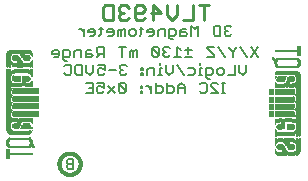
<source format=gbr>
G04 EAGLE Gerber RS-274X export*
G75*
%MOMM*%
%FSLAX34Y34*%
%LPD*%
%INSilkscreen Bottom*%
%IPPOS*%
%AMOC8*
5,1,8,0,0,1.08239X$1,22.5*%
G01*
%ADD10C,0.228600*%
%ADD11C,0.152400*%
%ADD12C,0.127000*%
%ADD13C,0.304800*%
%ADD14C,0.203200*%
%ADD15R,0.022863X0.462278*%
%ADD16R,0.022863X0.462281*%
%ADD17R,0.022863X0.436881*%
%ADD18R,0.023113X0.462278*%
%ADD19R,0.023113X0.462281*%
%ADD20R,0.023113X0.436881*%
%ADD21R,0.023116X0.462278*%
%ADD22R,0.023116X0.462281*%
%ADD23R,0.023116X0.436881*%
%ADD24R,0.023113X0.022863*%
%ADD25R,0.023116X0.091441*%
%ADD26R,0.023113X0.139700*%
%ADD27R,0.023116X0.185419*%
%ADD28R,0.023113X0.254000*%
%ADD29R,0.023113X0.299719*%
%ADD30R,0.023116X0.345438*%
%ADD31R,0.023113X0.391159*%
%ADD32R,0.023116X0.393700*%
%ADD33R,0.022863X0.325119*%
%ADD34R,0.022863X0.599438*%
%ADD35R,0.022863X0.622300*%
%ADD36R,0.022863X0.530859*%
%ADD37R,0.022863X0.439422*%
%ADD38R,0.022863X0.231138*%
%ADD39R,0.022863X0.071119*%
%ADD40R,0.022863X0.533400*%
%ADD41R,0.022863X0.208281*%
%ADD42R,0.023113X0.345441*%
%ADD43R,0.023113X0.576578*%
%ADD44R,0.023113X0.599438*%
%ADD45R,0.023113X0.508000*%
%ADD46R,0.023113X0.416563*%
%ADD47R,0.023113X0.208278*%
%ADD48R,0.023113X0.553722*%
%ADD49R,0.023113X0.208281*%
%ADD50R,0.023116X0.345441*%
%ADD51R,0.023116X0.530859*%
%ADD52R,0.023116X0.370841*%
%ADD53R,0.023116X0.162559*%
%ADD54R,0.023116X0.576581*%
%ADD55R,0.023116X0.208281*%
%ADD56R,0.023113X0.322578*%
%ADD57R,0.023113X0.485137*%
%ADD58R,0.023113X0.416559*%
%ADD59R,0.023113X0.347981*%
%ADD60R,0.023113X0.116838*%
%ADD61R,0.023113X0.647700*%
%ADD62R,0.023116X0.322581*%
%ADD63R,0.023116X0.485137*%
%ADD64R,0.023116X0.093978*%
%ADD65R,0.023116X0.231141*%
%ADD66R,0.023116X0.693419*%
%ADD67R,0.023113X0.322581*%
%ADD68R,0.023113X0.439419*%
%ADD69R,0.023113X0.370841*%
%ADD70R,0.023113X0.299722*%
%ADD71R,0.023113X0.045719*%
%ADD72R,0.023113X0.739138*%
%ADD73R,0.023113X0.414019*%
%ADD74R,0.023113X0.347978*%
%ADD75R,0.023113X0.762000*%
%ADD76R,0.023116X0.414019*%
%ADD77R,0.023116X0.182881*%
%ADD78R,0.023116X0.347978*%
%ADD79R,0.023116X0.276863*%
%ADD80R,0.023116X0.116841*%
%ADD81R,0.023116X0.276859*%
%ADD82R,0.023116X0.784863*%
%ADD83R,0.023113X0.325119*%
%ADD84R,0.023113X0.276863*%
%ADD85R,0.023113X0.276859*%
%ADD86R,0.023116X0.325119*%
%ADD87R,0.023116X0.391159*%
%ADD88R,0.023116X0.302259*%
%ADD89R,0.023116X0.254000*%
%ADD90R,0.023113X0.302259*%
%ADD91R,0.023113X0.393700*%
%ADD92R,0.023113X0.231141*%
%ADD93R,0.022863X0.302259*%
%ADD94R,0.022863X0.439419*%
%ADD95R,0.022863X0.368300*%
%ADD96R,0.022863X0.391159*%
%ADD97R,0.022863X0.416559*%
%ADD98R,0.022863X0.276863*%
%ADD99R,0.022863X0.205741*%
%ADD100R,0.023113X0.368300*%
%ADD101R,0.023113X0.205741*%
%ADD102R,0.023116X0.368300*%
%ADD103R,0.023116X0.205741*%
%ADD104R,0.023113X0.182881*%
%ADD105R,0.022863X0.276859*%
%ADD106R,0.022863X0.182881*%
%ADD107R,0.023113X0.924559*%
%ADD108R,0.023116X0.924559*%
%ADD109R,0.023113X0.901700*%
%ADD110R,0.023116X0.901700*%
%ADD111R,0.023113X0.878841*%
%ADD112R,0.023116X0.855981*%
%ADD113R,0.023113X0.833119*%
%ADD114R,0.022863X0.787400*%
%ADD115R,0.022863X0.414019*%
%ADD116R,0.022863X0.924559*%
%ADD117R,0.023113X0.739141*%
%ADD118R,0.023116X0.716281*%
%ADD119R,0.023116X0.299722*%
%ADD120R,0.023113X0.670559*%
%ADD121R,0.023116X0.647700*%
%ADD122R,0.023116X0.508000*%
%ADD123R,0.023116X0.299719*%
%ADD124R,0.023113X0.601981*%
%ADD125R,0.023113X0.530859*%
%ADD126R,0.023113X0.231138*%
%ADD127R,0.023113X0.556259*%
%ADD128R,0.023113X0.185419*%
%ADD129R,0.023116X0.533400*%
%ADD130R,0.023116X0.599438*%
%ADD131R,0.023116X0.416563*%
%ADD132R,0.023116X0.116838*%
%ADD133R,0.023113X0.485141*%
%ADD134R,0.023113X0.645159*%
%ADD135R,0.023113X0.716278*%
%ADD136R,0.022863X0.393700*%
%ADD137R,0.022863X0.762000*%
%ADD138R,0.022863X0.624841*%
%ADD139R,0.023113X0.784859*%
%ADD140R,0.023113X0.693422*%
%ADD141R,0.023116X0.830578*%
%ADD142R,0.023116X0.739141*%
%ADD143R,0.023113X0.876300*%
%ADD144R,0.023113X0.807722*%
%ADD145R,0.023116X0.899159*%
%ADD146R,0.023116X0.878841*%
%ADD147R,0.023113X0.922019*%
%ADD148R,0.023113X0.947419*%
%ADD149R,0.023116X0.970278*%
%ADD150R,0.023113X0.970278*%
%ADD151R,0.023116X0.439419*%
%ADD152R,0.022863X0.299722*%
%ADD153R,0.023116X0.416559*%
%ADD154R,0.023116X0.347981*%
%ADD155R,0.023113X0.137159*%
%ADD156R,0.023113X0.093978*%
%ADD157R,0.023113X0.091441*%
%ADD158R,0.023113X0.093981*%
%ADD159R,0.023113X0.114300*%
%ADD160R,0.023116X0.045719*%
%ADD161R,0.023116X0.045722*%
%ADD162R,0.023113X0.071119*%
%ADD163R,0.023113X0.116841*%
%ADD164R,0.023116X0.139700*%
%ADD165R,0.022863X0.322581*%
%ADD166R,0.022863X0.345441*%
%ADD167R,0.022863X0.162559*%
%ADD168R,0.022863X0.576581*%
%ADD169R,0.023113X0.668019*%
%ADD170R,0.023113X0.533400*%
%ADD171R,0.023116X1.455419*%
%ADD172R,0.023116X5.519419*%
%ADD173R,0.023113X1.455419*%
%ADD174R,0.023113X5.519419*%
%ADD175R,0.023116X5.494019*%
%ADD176R,0.023113X1.430019*%
%ADD177R,0.023113X5.494019*%
%ADD178R,0.023116X1.430019*%
%ADD179R,0.023116X5.471159*%
%ADD180R,0.023116X0.762000*%
%ADD181R,0.023113X1.407159*%
%ADD182R,0.023113X5.471159*%
%ADD183R,0.022863X1.384300*%
%ADD184R,0.022863X5.448300*%
%ADD185R,0.022863X0.716278*%
%ADD186R,0.022863X0.878841*%
%ADD187R,0.023113X1.361438*%
%ADD188R,0.023113X5.425438*%
%ADD189R,0.023116X1.338578*%
%ADD190R,0.023116X5.402578*%
%ADD191R,0.023116X0.624841*%
%ADD192R,0.023113X1.292859*%
%ADD193R,0.023113X5.356859*%
%ADD194R,0.023116X1.224278*%
%ADD195R,0.023116X5.288278*%


D10*
X169182Y158877D02*
X169182Y171334D01*
X165030Y171334D02*
X173335Y171334D01*
X159770Y171334D02*
X159770Y158877D01*
X151465Y158877D01*
X146205Y163029D02*
X146205Y171334D01*
X146205Y163029D02*
X142052Y158877D01*
X137900Y163029D01*
X137900Y171334D01*
X126411Y171334D02*
X126411Y158877D01*
X132640Y165105D02*
X126411Y171334D01*
X124335Y165105D02*
X132640Y165105D01*
X119074Y160953D02*
X116998Y158877D01*
X112846Y158877D01*
X110770Y160953D01*
X110770Y169258D01*
X112846Y171334D01*
X116998Y171334D01*
X119074Y169258D01*
X119074Y167181D01*
X116998Y165105D01*
X110770Y165105D01*
X105509Y169258D02*
X103433Y171334D01*
X99281Y171334D01*
X97205Y169258D01*
X97205Y167181D01*
X99281Y165105D01*
X101357Y165105D01*
X99281Y165105D02*
X97205Y163029D01*
X97205Y160953D01*
X99281Y158877D01*
X103433Y158877D01*
X105509Y160953D01*
X91944Y158877D02*
X91944Y171334D01*
X91944Y158877D02*
X85716Y158877D01*
X83640Y160953D01*
X83640Y169258D01*
X85716Y171334D01*
X91944Y171334D01*
D11*
X191063Y154185D02*
X192504Y152745D01*
X191063Y154185D02*
X188182Y154185D01*
X186742Y152745D01*
X186742Y151304D01*
X188182Y149864D01*
X189623Y149864D01*
X188182Y149864D02*
X186742Y148423D01*
X186742Y146983D01*
X188182Y145542D01*
X191063Y145542D01*
X192504Y146983D01*
X183149Y145542D02*
X183149Y154185D01*
X183149Y145542D02*
X178827Y145542D01*
X177387Y146983D01*
X177387Y152745D01*
X178827Y154185D01*
X183149Y154185D01*
X164438Y154185D02*
X164438Y145542D01*
X161557Y151304D02*
X164438Y154185D01*
X161557Y151304D02*
X158676Y154185D01*
X158676Y145542D01*
X153643Y151304D02*
X150762Y151304D01*
X149321Y149864D01*
X149321Y145542D01*
X153643Y145542D01*
X155083Y146983D01*
X153643Y148423D01*
X149321Y148423D01*
X142847Y142661D02*
X141406Y142661D01*
X139966Y144101D01*
X139966Y151304D01*
X144287Y151304D01*
X145728Y149864D01*
X145728Y146983D01*
X144287Y145542D01*
X139966Y145542D01*
X136373Y145542D02*
X136373Y151304D01*
X132051Y151304D01*
X130611Y149864D01*
X130611Y145542D01*
X125577Y145542D02*
X122696Y145542D01*
X125577Y145542D02*
X127018Y146983D01*
X127018Y149864D01*
X125577Y151304D01*
X122696Y151304D01*
X121255Y149864D01*
X121255Y148423D01*
X127018Y148423D01*
X116222Y146983D02*
X116222Y152745D01*
X116222Y146983D02*
X114781Y145542D01*
X114781Y151304D02*
X117662Y151304D01*
X109985Y145542D02*
X107104Y145542D01*
X105663Y146983D01*
X105663Y149864D01*
X107104Y151304D01*
X109985Y151304D01*
X111426Y149864D01*
X111426Y146983D01*
X109985Y145542D01*
X102071Y145542D02*
X102071Y151304D01*
X100630Y151304D01*
X99189Y149864D01*
X99189Y145542D01*
X99189Y149864D02*
X97749Y151304D01*
X96308Y149864D01*
X96308Y145542D01*
X91275Y145542D02*
X88394Y145542D01*
X91275Y145542D02*
X92715Y146983D01*
X92715Y149864D01*
X91275Y151304D01*
X88394Y151304D01*
X86953Y149864D01*
X86953Y148423D01*
X92715Y148423D01*
X81920Y146983D02*
X81920Y152745D01*
X81920Y146983D02*
X80479Y145542D01*
X80479Y151304D02*
X83360Y151304D01*
X75683Y145542D02*
X72802Y145542D01*
X75683Y145542D02*
X77123Y146983D01*
X77123Y149864D01*
X75683Y151304D01*
X72802Y151304D01*
X71361Y149864D01*
X71361Y148423D01*
X77123Y148423D01*
X67768Y145542D02*
X67768Y151304D01*
X67768Y148423D02*
X64887Y151304D01*
X63446Y151304D01*
D12*
X209308Y127635D02*
X215239Y136533D01*
X209308Y136533D02*
X215239Y127635D01*
X205884Y127635D02*
X199952Y136533D01*
X196529Y136533D02*
X196529Y135050D01*
X193563Y132084D01*
X190597Y135050D01*
X190597Y136533D01*
X193563Y132084D02*
X193563Y127635D01*
X187174Y127635D02*
X181242Y136533D01*
X177819Y136533D02*
X171887Y136533D01*
X171887Y135050D01*
X177819Y129118D01*
X177819Y127635D01*
X171887Y127635D01*
X159108Y127635D02*
X153177Y127635D01*
X153177Y133567D02*
X159108Y133567D01*
X156142Y136533D02*
X156142Y130601D01*
X149753Y133567D02*
X146787Y136533D01*
X146787Y127635D01*
X149753Y127635D02*
X143821Y127635D01*
X140398Y135050D02*
X138915Y136533D01*
X135949Y136533D01*
X134466Y135050D01*
X134466Y133567D01*
X135949Y132084D01*
X137432Y132084D01*
X135949Y132084D02*
X134466Y130601D01*
X134466Y129118D01*
X135949Y127635D01*
X138915Y127635D01*
X140398Y129118D01*
X131043Y129118D02*
X131043Y135050D01*
X129560Y136533D01*
X126594Y136533D01*
X125111Y135050D01*
X125111Y129118D01*
X126594Y127635D01*
X129560Y127635D01*
X131043Y129118D01*
X125111Y135050D01*
X112332Y133567D02*
X112332Y127635D01*
X112332Y133567D02*
X110849Y133567D01*
X109366Y132084D01*
X109366Y127635D01*
X109366Y132084D02*
X107884Y133567D01*
X106401Y132084D01*
X106401Y127635D01*
X100011Y127635D02*
X100011Y136533D01*
X102977Y136533D02*
X97045Y136533D01*
X84267Y136533D02*
X84267Y127635D01*
X84267Y136533D02*
X79818Y136533D01*
X78335Y135050D01*
X78335Y132084D01*
X79818Y130601D01*
X84267Y130601D01*
X81301Y130601D02*
X78335Y127635D01*
X73429Y133567D02*
X70463Y133567D01*
X68980Y132084D01*
X68980Y127635D01*
X73429Y127635D01*
X74912Y129118D01*
X73429Y130601D01*
X68980Y130601D01*
X65556Y127635D02*
X65556Y133567D01*
X61108Y133567D01*
X59625Y132084D01*
X59625Y127635D01*
X53235Y124669D02*
X51752Y124669D01*
X50269Y126152D01*
X50269Y133567D01*
X54718Y133567D01*
X56201Y132084D01*
X56201Y129118D01*
X54718Y127635D01*
X50269Y127635D01*
X45363Y127635D02*
X42397Y127635D01*
X45363Y127635D02*
X46846Y129118D01*
X46846Y132084D01*
X45363Y133567D01*
X42397Y133567D01*
X40914Y132084D01*
X40914Y130601D01*
X46846Y130601D01*
X205105Y121293D02*
X205105Y115361D01*
X202139Y112395D01*
X199173Y115361D01*
X199173Y121293D01*
X195749Y121293D02*
X195749Y112395D01*
X189818Y112395D01*
X184911Y112395D02*
X181945Y112395D01*
X180462Y113878D01*
X180462Y116844D01*
X181945Y118327D01*
X184911Y118327D01*
X186394Y116844D01*
X186394Y113878D01*
X184911Y112395D01*
X174073Y109429D02*
X172590Y109429D01*
X171107Y110912D01*
X171107Y118327D01*
X175556Y118327D01*
X177039Y116844D01*
X177039Y113878D01*
X175556Y112395D01*
X171107Y112395D01*
X167684Y118327D02*
X166201Y118327D01*
X166201Y112395D01*
X167684Y112395D02*
X164718Y112395D01*
X166201Y121293D02*
X166201Y122776D01*
X159964Y118327D02*
X155515Y118327D01*
X159964Y118327D02*
X161447Y116844D01*
X161447Y113878D01*
X159964Y112395D01*
X155515Y112395D01*
X152092Y112395D02*
X146160Y121293D01*
X142737Y121293D02*
X142737Y115361D01*
X139771Y112395D01*
X136805Y115361D01*
X136805Y121293D01*
X133381Y118327D02*
X131899Y118327D01*
X131899Y112395D01*
X133381Y112395D02*
X130416Y112395D01*
X131899Y121293D02*
X131899Y122776D01*
X127145Y118327D02*
X127145Y112395D01*
X127145Y118327D02*
X122696Y118327D01*
X121213Y116844D01*
X121213Y112395D01*
X117790Y118327D02*
X116307Y118327D01*
X116307Y116844D01*
X117790Y116844D01*
X117790Y118327D01*
X117790Y113878D02*
X116307Y113878D01*
X116307Y112395D01*
X117790Y112395D01*
X117790Y113878D01*
X103757Y119810D02*
X102274Y121293D01*
X99308Y121293D01*
X97825Y119810D01*
X97825Y118327D01*
X99308Y116844D01*
X100791Y116844D01*
X99308Y116844D02*
X97825Y115361D01*
X97825Y113878D01*
X99308Y112395D01*
X102274Y112395D01*
X103757Y113878D01*
X94402Y116844D02*
X88470Y116844D01*
X85046Y121293D02*
X79115Y121293D01*
X85046Y121293D02*
X85046Y116844D01*
X82081Y118327D01*
X80598Y118327D01*
X79115Y116844D01*
X79115Y113878D01*
X80598Y112395D01*
X83563Y112395D01*
X85046Y113878D01*
X75691Y115361D02*
X75691Y121293D01*
X75691Y115361D02*
X72725Y112395D01*
X69759Y115361D01*
X69759Y121293D01*
X66336Y121293D02*
X66336Y112395D01*
X61887Y112395D01*
X60404Y113878D01*
X60404Y119810D01*
X61887Y121293D01*
X66336Y121293D01*
X52532Y121293D02*
X51049Y119810D01*
X52532Y121293D02*
X55498Y121293D01*
X56981Y119810D01*
X56981Y113878D01*
X55498Y112395D01*
X52532Y112395D01*
X51049Y113878D01*
X184208Y97155D02*
X187174Y97155D01*
X185691Y97155D02*
X185691Y106053D01*
X187174Y106053D02*
X184208Y106053D01*
X180937Y97155D02*
X175005Y97155D01*
X180937Y97155D02*
X175005Y103087D01*
X175005Y104570D01*
X176488Y106053D01*
X179454Y106053D01*
X180937Y104570D01*
X167133Y106053D02*
X165650Y104570D01*
X167133Y106053D02*
X170099Y106053D01*
X171582Y104570D01*
X171582Y98638D01*
X170099Y97155D01*
X167133Y97155D01*
X165650Y98638D01*
X152871Y97155D02*
X152871Y103087D01*
X149906Y106053D01*
X146940Y103087D01*
X146940Y97155D01*
X146940Y101604D02*
X152871Y101604D01*
X137585Y106053D02*
X137585Y97155D01*
X142033Y97155D01*
X143516Y98638D01*
X143516Y101604D01*
X142033Y103087D01*
X137585Y103087D01*
X128229Y106053D02*
X128229Y97155D01*
X132678Y97155D01*
X134161Y98638D01*
X134161Y101604D01*
X132678Y103087D01*
X128229Y103087D01*
X124806Y103087D02*
X124806Y97155D01*
X124806Y100121D02*
X121840Y103087D01*
X120357Y103087D01*
X117010Y103087D02*
X115527Y103087D01*
X115527Y101604D01*
X117010Y101604D01*
X117010Y103087D01*
X117010Y98638D02*
X115527Y98638D01*
X115527Y97155D01*
X117010Y97155D01*
X117010Y98638D01*
X102977Y98638D02*
X102977Y104570D01*
X101494Y106053D01*
X98528Y106053D01*
X97045Y104570D01*
X97045Y98638D01*
X98528Y97155D01*
X101494Y97155D01*
X102977Y98638D01*
X97045Y104570D01*
X93622Y103087D02*
X87690Y97155D01*
X93622Y97155D02*
X87690Y103087D01*
X84267Y106053D02*
X78335Y106053D01*
X84267Y106053D02*
X84267Y101604D01*
X81301Y103087D01*
X79818Y103087D01*
X78335Y101604D01*
X78335Y98638D01*
X79818Y97155D01*
X82784Y97155D01*
X84267Y98638D01*
X74912Y106053D02*
X68980Y106053D01*
X74912Y106053D02*
X74912Y97155D01*
X68980Y97155D01*
X71946Y101604D02*
X74912Y101604D01*
D13*
X46900Y36830D02*
X46903Y37050D01*
X46911Y37271D01*
X46924Y37491D01*
X46943Y37710D01*
X46968Y37929D01*
X46997Y38148D01*
X47032Y38365D01*
X47073Y38582D01*
X47118Y38798D01*
X47169Y39012D01*
X47225Y39225D01*
X47287Y39437D01*
X47353Y39647D01*
X47425Y39855D01*
X47502Y40062D01*
X47584Y40266D01*
X47670Y40469D01*
X47762Y40669D01*
X47859Y40868D01*
X47960Y41063D01*
X48067Y41256D01*
X48178Y41447D01*
X48293Y41634D01*
X48413Y41819D01*
X48538Y42001D01*
X48667Y42179D01*
X48801Y42355D01*
X48938Y42527D01*
X49080Y42695D01*
X49226Y42861D01*
X49376Y43022D01*
X49530Y43180D01*
X49688Y43334D01*
X49849Y43484D01*
X50015Y43630D01*
X50183Y43772D01*
X50355Y43909D01*
X50531Y44043D01*
X50709Y44172D01*
X50891Y44297D01*
X51076Y44417D01*
X51263Y44532D01*
X51454Y44643D01*
X51647Y44750D01*
X51842Y44851D01*
X52041Y44948D01*
X52241Y45040D01*
X52444Y45126D01*
X52648Y45208D01*
X52855Y45285D01*
X53063Y45357D01*
X53273Y45423D01*
X53485Y45485D01*
X53698Y45541D01*
X53912Y45592D01*
X54128Y45637D01*
X54345Y45678D01*
X54562Y45713D01*
X54781Y45742D01*
X55000Y45767D01*
X55219Y45786D01*
X55439Y45799D01*
X55660Y45807D01*
X55880Y45810D01*
X56100Y45807D01*
X56321Y45799D01*
X56541Y45786D01*
X56760Y45767D01*
X56979Y45742D01*
X57198Y45713D01*
X57415Y45678D01*
X57632Y45637D01*
X57848Y45592D01*
X58062Y45541D01*
X58275Y45485D01*
X58487Y45423D01*
X58697Y45357D01*
X58905Y45285D01*
X59112Y45208D01*
X59316Y45126D01*
X59519Y45040D01*
X59719Y44948D01*
X59918Y44851D01*
X60113Y44750D01*
X60306Y44643D01*
X60497Y44532D01*
X60684Y44417D01*
X60869Y44297D01*
X61051Y44172D01*
X61229Y44043D01*
X61405Y43909D01*
X61577Y43772D01*
X61745Y43630D01*
X61911Y43484D01*
X62072Y43334D01*
X62230Y43180D01*
X62384Y43022D01*
X62534Y42861D01*
X62680Y42695D01*
X62822Y42527D01*
X62959Y42355D01*
X63093Y42179D01*
X63222Y42001D01*
X63347Y41819D01*
X63467Y41634D01*
X63582Y41447D01*
X63693Y41256D01*
X63800Y41063D01*
X63901Y40868D01*
X63998Y40669D01*
X64090Y40469D01*
X64176Y40266D01*
X64258Y40062D01*
X64335Y39855D01*
X64407Y39647D01*
X64473Y39437D01*
X64535Y39225D01*
X64591Y39012D01*
X64642Y38798D01*
X64687Y38582D01*
X64728Y38365D01*
X64763Y38148D01*
X64792Y37929D01*
X64817Y37710D01*
X64836Y37491D01*
X64849Y37271D01*
X64857Y37050D01*
X64860Y36830D01*
X64857Y36610D01*
X64849Y36389D01*
X64836Y36169D01*
X64817Y35950D01*
X64792Y35731D01*
X64763Y35512D01*
X64728Y35295D01*
X64687Y35078D01*
X64642Y34862D01*
X64591Y34648D01*
X64535Y34435D01*
X64473Y34223D01*
X64407Y34013D01*
X64335Y33805D01*
X64258Y33598D01*
X64176Y33394D01*
X64090Y33191D01*
X63998Y32991D01*
X63901Y32792D01*
X63800Y32597D01*
X63693Y32404D01*
X63582Y32213D01*
X63467Y32026D01*
X63347Y31841D01*
X63222Y31659D01*
X63093Y31481D01*
X62959Y31305D01*
X62822Y31133D01*
X62680Y30965D01*
X62534Y30799D01*
X62384Y30638D01*
X62230Y30480D01*
X62072Y30326D01*
X61911Y30176D01*
X61745Y30030D01*
X61577Y29888D01*
X61405Y29751D01*
X61229Y29617D01*
X61051Y29488D01*
X60869Y29363D01*
X60684Y29243D01*
X60497Y29128D01*
X60306Y29017D01*
X60113Y28910D01*
X59918Y28809D01*
X59719Y28712D01*
X59519Y28620D01*
X59316Y28534D01*
X59112Y28452D01*
X58905Y28375D01*
X58697Y28303D01*
X58487Y28237D01*
X58275Y28175D01*
X58062Y28119D01*
X57848Y28068D01*
X57632Y28023D01*
X57415Y27982D01*
X57198Y27947D01*
X56979Y27918D01*
X56760Y27893D01*
X56541Y27874D01*
X56321Y27861D01*
X56100Y27853D01*
X55880Y27850D01*
X55660Y27853D01*
X55439Y27861D01*
X55219Y27874D01*
X55000Y27893D01*
X54781Y27918D01*
X54562Y27947D01*
X54345Y27982D01*
X54128Y28023D01*
X53912Y28068D01*
X53698Y28119D01*
X53485Y28175D01*
X53273Y28237D01*
X53063Y28303D01*
X52855Y28375D01*
X52648Y28452D01*
X52444Y28534D01*
X52241Y28620D01*
X52041Y28712D01*
X51842Y28809D01*
X51647Y28910D01*
X51454Y29017D01*
X51263Y29128D01*
X51076Y29243D01*
X50891Y29363D01*
X50709Y29488D01*
X50531Y29617D01*
X50355Y29751D01*
X50183Y29888D01*
X50015Y30030D01*
X49849Y30176D01*
X49688Y30326D01*
X49530Y30480D01*
X49376Y30638D01*
X49226Y30799D01*
X49080Y30965D01*
X48938Y31133D01*
X48801Y31305D01*
X48667Y31481D01*
X48538Y31659D01*
X48413Y31841D01*
X48293Y32026D01*
X48178Y32213D01*
X48067Y32404D01*
X47960Y32597D01*
X47859Y32792D01*
X47762Y32991D01*
X47670Y33191D01*
X47584Y33394D01*
X47502Y33598D01*
X47425Y33805D01*
X47353Y34013D01*
X47287Y34223D01*
X47225Y34435D01*
X47169Y34648D01*
X47118Y34862D01*
X47073Y35078D01*
X47032Y35295D01*
X46997Y35512D01*
X46968Y35731D01*
X46943Y35950D01*
X46924Y36169D01*
X46911Y36389D01*
X46903Y36610D01*
X46900Y36830D01*
D14*
X58420Y32766D02*
X58420Y40901D01*
X54353Y40901D01*
X52997Y39545D01*
X52997Y38189D01*
X54353Y36833D01*
X52997Y35478D01*
X52997Y34122D01*
X54353Y32766D01*
X58420Y32766D01*
X58420Y36833D02*
X54353Y36833D01*
D15*
X224790Y79197D03*
D16*
X224790Y85446D03*
X224790Y91669D03*
D17*
X224790Y98019D03*
D18*
X225020Y79197D03*
D19*
X225020Y85446D03*
X225020Y91669D03*
D20*
X225020Y98019D03*
D21*
X225251Y79197D03*
D22*
X225251Y85446D03*
X225251Y91669D03*
D23*
X225251Y98019D03*
D18*
X225482Y79197D03*
D19*
X225482Y85446D03*
X225482Y91669D03*
D20*
X225482Y98019D03*
D21*
X225713Y79197D03*
D22*
X225713Y85446D03*
X225713Y91669D03*
D23*
X225713Y98019D03*
D18*
X225944Y79197D03*
D19*
X225944Y85446D03*
X225944Y91669D03*
D20*
X225944Y98019D03*
D18*
X226176Y79197D03*
D19*
X226176Y85446D03*
X226176Y91669D03*
D20*
X226176Y98019D03*
D21*
X226407Y79197D03*
D22*
X226407Y85446D03*
X226407Y91669D03*
D23*
X226407Y98019D03*
D18*
X226638Y79197D03*
D19*
X226638Y85446D03*
X226638Y91669D03*
D20*
X226638Y98019D03*
D21*
X226869Y79197D03*
D22*
X226869Y85446D03*
X226869Y91669D03*
D23*
X226869Y98019D03*
D18*
X227100Y79197D03*
D19*
X227100Y85446D03*
X227100Y91669D03*
D20*
X227100Y98019D03*
D15*
X227330Y79197D03*
D16*
X227330Y85446D03*
X227330Y91669D03*
D17*
X227330Y98019D03*
D18*
X227560Y79197D03*
D19*
X227560Y85446D03*
X227560Y91669D03*
D20*
X227560Y98019D03*
D24*
X227560Y126429D03*
D21*
X227791Y79197D03*
D22*
X227791Y85446D03*
X227791Y91669D03*
D23*
X227791Y98019D03*
D25*
X227791Y126314D03*
D18*
X228022Y79197D03*
D19*
X228022Y85446D03*
X228022Y91669D03*
D20*
X228022Y98019D03*
D26*
X228022Y126073D03*
D21*
X228253Y79197D03*
D22*
X228253Y85446D03*
X228253Y91669D03*
D23*
X228253Y98019D03*
D27*
X228253Y126073D03*
D18*
X228484Y79197D03*
D19*
X228484Y85446D03*
X228484Y91669D03*
D20*
X228484Y98019D03*
D28*
X228484Y125959D03*
D18*
X228716Y79197D03*
D19*
X228716Y85446D03*
X228716Y91669D03*
D20*
X228716Y98019D03*
D29*
X228716Y125730D03*
D21*
X228947Y79197D03*
D22*
X228947Y85446D03*
X228947Y91669D03*
D23*
X228947Y98019D03*
D30*
X228947Y125730D03*
D31*
X229178Y125501D03*
D32*
X229409Y125032D03*
D18*
X229640Y124003D03*
D33*
X229870Y48031D03*
D34*
X229870Y55880D03*
D35*
X229870Y63614D03*
D36*
X229870Y72631D03*
D15*
X229870Y79197D03*
D16*
X229870Y85446D03*
X229870Y91669D03*
D17*
X229870Y98019D03*
D37*
X229870Y104254D03*
D38*
X229870Y109919D03*
D39*
X229870Y113030D03*
D40*
X229870Y123190D03*
D41*
X229870Y132436D03*
D42*
X230100Y47676D03*
D43*
X230100Y55994D03*
D44*
X230100Y63500D03*
D45*
X230100Y72746D03*
D18*
X230100Y79197D03*
D19*
X230100Y85446D03*
X230100Y91669D03*
D20*
X230100Y98019D03*
D46*
X230100Y104140D03*
D47*
X230100Y110033D03*
D26*
X230100Y113373D03*
D48*
X230100Y122606D03*
D49*
X230100Y132436D03*
D50*
X230331Y47219D03*
D51*
X230331Y56223D03*
X230331Y63157D03*
D21*
X230331Y72974D03*
X230331Y79197D03*
D22*
X230331Y85446D03*
X230331Y91669D03*
D23*
X230331Y98019D03*
D52*
X230331Y103911D03*
D53*
X230331Y110261D03*
D27*
X230331Y113602D03*
D54*
X230331Y122492D03*
D55*
X230331Y132436D03*
D56*
X230562Y46876D03*
D57*
X230562Y56452D03*
D45*
X230562Y63043D03*
D58*
X230562Y73203D03*
D18*
X230562Y79197D03*
D19*
X230562Y85446D03*
X230562Y91669D03*
D20*
X230562Y98019D03*
D59*
X230562Y103797D03*
D60*
X230562Y110490D03*
D47*
X230562Y113716D03*
D61*
X230562Y122619D03*
D49*
X230562Y132436D03*
D62*
X230793Y46647D03*
D21*
X230793Y56566D03*
D63*
X230793Y62929D03*
D32*
X230793Y73317D03*
D21*
X230793Y79197D03*
D22*
X230793Y85446D03*
X230793Y91669D03*
D23*
X230793Y98019D03*
D62*
X230793Y103670D03*
D64*
X230793Y110604D03*
D65*
X230793Y113830D03*
D66*
X230793Y122619D03*
D55*
X230793Y132436D03*
D67*
X231024Y46419D03*
D68*
X231024Y56680D03*
D18*
X231024Y62814D03*
D69*
X231024Y73431D03*
D18*
X231024Y79197D03*
D19*
X231024Y85446D03*
X231024Y91669D03*
D20*
X231024Y98019D03*
D70*
X231024Y103556D03*
D71*
X231024Y110846D03*
D28*
X231024Y113944D03*
D72*
X231024Y122619D03*
D49*
X231024Y132436D03*
D67*
X231256Y46190D03*
D73*
X231256Y56807D03*
D68*
X231256Y62700D03*
D74*
X231256Y73546D03*
D18*
X231256Y79197D03*
D19*
X231256Y85446D03*
X231256Y91669D03*
D20*
X231256Y98019D03*
D70*
X231256Y103556D03*
D28*
X231256Y113944D03*
D75*
X231256Y122504D03*
D49*
X231256Y132436D03*
D62*
X231487Y46190D03*
D65*
X231487Y51270D03*
D76*
X231487Y56807D03*
X231487Y62573D03*
D77*
X231487Y68351D03*
D78*
X231487Y73546D03*
D21*
X231487Y79197D03*
D22*
X231487Y85446D03*
X231487Y91669D03*
D23*
X231487Y98019D03*
D79*
X231487Y103442D03*
D80*
X231487Y108179D03*
D81*
X231487Y114059D03*
D82*
X231487Y122619D03*
D55*
X231487Y132436D03*
D83*
X231718Y45949D03*
D67*
X231718Y51270D03*
D31*
X231718Y56921D03*
D73*
X231718Y62573D03*
D83*
X231718Y68351D03*
X231718Y73660D03*
D18*
X231718Y79197D03*
D19*
X231718Y85446D03*
X231718Y91669D03*
D20*
X231718Y98019D03*
D84*
X231718Y103442D03*
D85*
X231718Y108293D03*
X231718Y114059D03*
D84*
X231718Y120079D03*
D85*
X231718Y125387D03*
D49*
X231718Y132436D03*
D86*
X231949Y45949D03*
D52*
X231949Y51257D03*
D87*
X231949Y56921D03*
D76*
X231949Y62573D03*
D52*
X231949Y68351D03*
D86*
X231949Y73660D03*
D21*
X231949Y79197D03*
D22*
X231949Y85446D03*
X231949Y91669D03*
D23*
X231949Y98019D03*
D79*
X231949Y103442D03*
D50*
X231949Y108407D03*
D88*
X231949Y114186D03*
D89*
X231949Y119736D03*
D65*
X231949Y125616D03*
D55*
X231949Y132436D03*
D83*
X232180Y45949D03*
D58*
X232180Y51257D03*
D31*
X232180Y56921D03*
X232180Y62459D03*
D58*
X232180Y68351D03*
D90*
X232180Y73774D03*
D18*
X232180Y79197D03*
D19*
X232180Y85446D03*
X232180Y91669D03*
D20*
X232180Y98019D03*
D84*
X232180Y103442D03*
D91*
X232180Y108649D03*
D90*
X232180Y114186D03*
D92*
X232180Y119621D03*
D49*
X232180Y125730D03*
X232180Y132436D03*
D93*
X232410Y45834D03*
D94*
X232410Y51143D03*
D95*
X232410Y57036D03*
D96*
X232410Y62459D03*
D97*
X232410Y68351D03*
D93*
X232410Y73774D03*
D15*
X232410Y79197D03*
D16*
X232410Y85446D03*
X232410Y91669D03*
D17*
X232410Y98019D03*
D98*
X232410Y103442D03*
D94*
X232410Y108649D03*
D93*
X232410Y114186D03*
D99*
X232410Y119494D03*
D41*
X232410Y125730D03*
X232410Y132436D03*
D90*
X232640Y45834D03*
D18*
X232640Y51257D03*
D100*
X232640Y57036D03*
D31*
X232640Y62459D03*
D19*
X232640Y68351D03*
D90*
X232640Y73774D03*
D18*
X232640Y79197D03*
D19*
X232640Y85446D03*
X232640Y91669D03*
D20*
X232640Y98019D03*
D84*
X232640Y103442D03*
D18*
X232640Y108763D03*
D90*
X232640Y114186D03*
D101*
X232640Y119494D03*
D49*
X232640Y125959D03*
X232640Y132436D03*
D88*
X232871Y45834D03*
D21*
X232871Y51257D03*
D102*
X232871Y57036D03*
D87*
X232871Y62459D03*
D22*
X232871Y68351D03*
D88*
X232871Y73774D03*
D21*
X232871Y79197D03*
D22*
X232871Y85446D03*
X232871Y91669D03*
D23*
X232871Y98019D03*
D79*
X232871Y103442D03*
D21*
X232871Y108763D03*
D88*
X232871Y114186D03*
D103*
X232871Y119494D03*
D55*
X232871Y125959D03*
X232871Y132436D03*
D90*
X233102Y45834D03*
D18*
X233102Y51257D03*
D100*
X233102Y57036D03*
X233102Y62344D03*
D19*
X233102Y68351D03*
D90*
X233102Y73774D03*
D18*
X233102Y79197D03*
D19*
X233102Y85446D03*
X233102Y91669D03*
D20*
X233102Y98019D03*
D84*
X233102Y103442D03*
D18*
X233102Y108763D03*
D90*
X233102Y114186D03*
D101*
X233102Y119494D03*
D49*
X233102Y125959D03*
X233102Y132436D03*
D88*
X233333Y45834D03*
D21*
X233333Y51257D03*
D102*
X233333Y57036D03*
X233333Y62344D03*
D22*
X233333Y68351D03*
D88*
X233333Y73774D03*
D21*
X233333Y79197D03*
D22*
X233333Y85446D03*
X233333Y91669D03*
D23*
X233333Y98019D03*
D79*
X233333Y103442D03*
D21*
X233333Y108763D03*
D88*
X233333Y114186D03*
D77*
X233333Y119380D03*
D55*
X233333Y125959D03*
X233333Y132436D03*
D90*
X233564Y45834D03*
D18*
X233564Y51257D03*
D100*
X233564Y57036D03*
X233564Y62344D03*
D19*
X233564Y68351D03*
D90*
X233564Y73774D03*
D18*
X233564Y79197D03*
D19*
X233564Y85446D03*
X233564Y91669D03*
D20*
X233564Y98019D03*
D84*
X233564Y103442D03*
D18*
X233564Y108763D03*
D90*
X233564Y114186D03*
D104*
X233564Y119380D03*
D49*
X233564Y125959D03*
X233564Y132436D03*
D90*
X233796Y45834D03*
D18*
X233796Y51257D03*
D100*
X233796Y57036D03*
X233796Y62344D03*
D19*
X233796Y68351D03*
D85*
X233796Y73901D03*
D18*
X233796Y79197D03*
D19*
X233796Y85446D03*
X233796Y91669D03*
D20*
X233796Y98019D03*
D84*
X233796Y103442D03*
D18*
X233796Y108763D03*
D90*
X233796Y114186D03*
D104*
X233796Y119380D03*
D49*
X233796Y125959D03*
X233796Y132436D03*
D88*
X234027Y45834D03*
D21*
X234027Y51257D03*
D102*
X234027Y57036D03*
X234027Y62344D03*
D22*
X234027Y68351D03*
D81*
X234027Y73901D03*
D21*
X234027Y79197D03*
D22*
X234027Y85446D03*
X234027Y91669D03*
D23*
X234027Y98019D03*
D79*
X234027Y103442D03*
D21*
X234027Y108763D03*
D88*
X234027Y114186D03*
D77*
X234027Y119380D03*
D55*
X234027Y125959D03*
X234027Y132436D03*
D90*
X234258Y45834D03*
D18*
X234258Y51257D03*
D100*
X234258Y57036D03*
X234258Y62344D03*
D19*
X234258Y68351D03*
D85*
X234258Y73901D03*
D18*
X234258Y79197D03*
D19*
X234258Y85446D03*
X234258Y91669D03*
D20*
X234258Y98019D03*
D84*
X234258Y103442D03*
D18*
X234258Y108763D03*
D90*
X234258Y114186D03*
D104*
X234258Y119380D03*
D49*
X234258Y125959D03*
X234258Y132436D03*
D88*
X234489Y45834D03*
D21*
X234489Y51257D03*
D102*
X234489Y57036D03*
X234489Y62344D03*
D22*
X234489Y68351D03*
D81*
X234489Y73901D03*
D21*
X234489Y79197D03*
D22*
X234489Y85446D03*
X234489Y91669D03*
D23*
X234489Y98019D03*
D79*
X234489Y103442D03*
D21*
X234489Y108763D03*
D88*
X234489Y114186D03*
D77*
X234489Y119380D03*
D55*
X234489Y125959D03*
X234489Y132436D03*
D90*
X234720Y45834D03*
D18*
X234720Y51257D03*
D100*
X234720Y57036D03*
X234720Y62344D03*
D19*
X234720Y68351D03*
D85*
X234720Y73901D03*
D18*
X234720Y79197D03*
D19*
X234720Y85446D03*
X234720Y91669D03*
D20*
X234720Y98019D03*
D84*
X234720Y103442D03*
D18*
X234720Y108763D03*
D90*
X234720Y114186D03*
D104*
X234720Y119380D03*
D49*
X234720Y125959D03*
X234720Y132436D03*
D93*
X234950Y45834D03*
D15*
X234950Y51257D03*
D95*
X234950Y57036D03*
X234950Y62344D03*
D16*
X234950Y68351D03*
D105*
X234950Y73901D03*
D15*
X234950Y79197D03*
D16*
X234950Y85446D03*
X234950Y91669D03*
D17*
X234950Y98019D03*
D98*
X234950Y103442D03*
D15*
X234950Y108763D03*
D93*
X234950Y114186D03*
D106*
X234950Y119380D03*
D41*
X234950Y125959D03*
X234950Y132436D03*
D90*
X235180Y45834D03*
D18*
X235180Y51257D03*
D100*
X235180Y57036D03*
X235180Y62344D03*
D19*
X235180Y68351D03*
D85*
X235180Y73901D03*
D18*
X235180Y79197D03*
D19*
X235180Y85446D03*
X235180Y91669D03*
D20*
X235180Y98019D03*
D84*
X235180Y103442D03*
D18*
X235180Y108763D03*
D90*
X235180Y114186D03*
D104*
X235180Y119380D03*
D49*
X235180Y125959D03*
X235180Y132436D03*
D88*
X235411Y45834D03*
D21*
X235411Y51257D03*
D102*
X235411Y57036D03*
X235411Y62344D03*
D22*
X235411Y68351D03*
D81*
X235411Y73901D03*
D21*
X235411Y79197D03*
D22*
X235411Y85446D03*
X235411Y91669D03*
D23*
X235411Y98019D03*
D79*
X235411Y103442D03*
D21*
X235411Y108763D03*
D88*
X235411Y114186D03*
D77*
X235411Y119380D03*
D55*
X235411Y125959D03*
X235411Y132436D03*
D90*
X235642Y45834D03*
D18*
X235642Y51257D03*
D100*
X235642Y57036D03*
X235642Y62344D03*
D107*
X235642Y70663D03*
D18*
X235642Y79197D03*
D19*
X235642Y85446D03*
X235642Y91669D03*
D20*
X235642Y98019D03*
D84*
X235642Y103442D03*
D18*
X235642Y108763D03*
D90*
X235642Y114186D03*
D104*
X235642Y119380D03*
D49*
X235642Y125959D03*
X235642Y132436D03*
D88*
X235873Y45834D03*
D21*
X235873Y51257D03*
D102*
X235873Y57036D03*
X235873Y62344D03*
D108*
X235873Y70663D03*
D21*
X235873Y79197D03*
D22*
X235873Y85446D03*
X235873Y91669D03*
D23*
X235873Y98019D03*
D79*
X235873Y103442D03*
D21*
X235873Y108763D03*
D88*
X235873Y114186D03*
D77*
X235873Y119380D03*
D55*
X235873Y125959D03*
X235873Y132436D03*
D90*
X236104Y45834D03*
D68*
X236104Y51143D03*
D100*
X236104Y57036D03*
X236104Y62344D03*
D107*
X236104Y70663D03*
D18*
X236104Y79197D03*
D19*
X236104Y85446D03*
X236104Y91669D03*
D20*
X236104Y98019D03*
D84*
X236104Y103442D03*
D18*
X236104Y108763D03*
D90*
X236104Y114186D03*
D104*
X236104Y119380D03*
D49*
X236104Y125959D03*
X236104Y132436D03*
D109*
X236336Y48832D03*
D100*
X236336Y57036D03*
X236336Y62344D03*
D107*
X236336Y70663D03*
D18*
X236336Y79197D03*
D19*
X236336Y85446D03*
X236336Y91669D03*
D20*
X236336Y98019D03*
D84*
X236336Y103442D03*
D18*
X236336Y108763D03*
D90*
X236336Y114186D03*
D104*
X236336Y119380D03*
D49*
X236336Y125959D03*
X236336Y132436D03*
D110*
X236567Y48832D03*
D102*
X236567Y57036D03*
X236567Y62344D03*
D108*
X236567Y70663D03*
D21*
X236567Y79197D03*
D22*
X236567Y85446D03*
X236567Y91669D03*
D23*
X236567Y98019D03*
D79*
X236567Y103442D03*
D21*
X236567Y108763D03*
D88*
X236567Y114186D03*
D77*
X236567Y119380D03*
D55*
X236567Y125959D03*
X236567Y132436D03*
D111*
X236798Y48717D03*
D31*
X236798Y56921D03*
D100*
X236798Y62344D03*
D107*
X236798Y70663D03*
D18*
X236798Y79197D03*
D19*
X236798Y85446D03*
X236798Y91669D03*
D20*
X236798Y98019D03*
D84*
X236798Y103442D03*
D18*
X236798Y108763D03*
D90*
X236798Y114186D03*
D104*
X236798Y119380D03*
D49*
X236798Y125959D03*
X236798Y132436D03*
D112*
X237029Y48603D03*
D87*
X237029Y56921D03*
D102*
X237029Y62344D03*
D108*
X237029Y70663D03*
D21*
X237029Y79197D03*
D22*
X237029Y85446D03*
X237029Y91669D03*
D23*
X237029Y98019D03*
D79*
X237029Y103442D03*
D21*
X237029Y108763D03*
D88*
X237029Y114186D03*
D77*
X237029Y119380D03*
D55*
X237029Y125959D03*
X237029Y132436D03*
D113*
X237260Y48489D03*
D73*
X237260Y56807D03*
D100*
X237260Y62344D03*
D107*
X237260Y70663D03*
D18*
X237260Y79197D03*
D19*
X237260Y85446D03*
X237260Y91669D03*
D20*
X237260Y98019D03*
D84*
X237260Y103442D03*
D68*
X237260Y108877D03*
D90*
X237260Y114186D03*
D104*
X237260Y119380D03*
D49*
X237260Y125959D03*
X237260Y132436D03*
D114*
X237490Y48260D03*
D115*
X237490Y56807D03*
D95*
X237490Y62344D03*
D116*
X237490Y70663D03*
D15*
X237490Y79197D03*
D16*
X237490Y85446D03*
X237490Y91669D03*
D17*
X237490Y98019D03*
D98*
X237490Y103442D03*
D94*
X237490Y108877D03*
D93*
X237490Y114186D03*
D106*
X237490Y119380D03*
D41*
X237490Y125959D03*
X237490Y132436D03*
D117*
X237720Y48019D03*
D68*
X237720Y56680D03*
D100*
X237720Y62344D03*
D107*
X237720Y70663D03*
D18*
X237720Y79197D03*
D19*
X237720Y85446D03*
X237720Y91669D03*
D20*
X237720Y98019D03*
D70*
X237720Y103556D03*
D58*
X237720Y108991D03*
D90*
X237720Y114186D03*
D104*
X237720Y119380D03*
D49*
X237720Y125959D03*
X237720Y132436D03*
D118*
X237951Y47904D03*
D21*
X237951Y56566D03*
D102*
X237951Y62344D03*
D108*
X237951Y70663D03*
D21*
X237951Y79197D03*
D22*
X237951Y85446D03*
X237951Y91669D03*
D23*
X237951Y98019D03*
D119*
X237951Y103556D03*
D32*
X237951Y109106D03*
D88*
X237951Y114186D03*
D77*
X237951Y119380D03*
D55*
X237951Y125959D03*
X237951Y132436D03*
D120*
X238182Y47676D03*
D57*
X238182Y56452D03*
D100*
X238182Y62344D03*
D107*
X238182Y70663D03*
D18*
X238182Y79197D03*
D19*
X238182Y85446D03*
X238182Y91669D03*
D20*
X238182Y98019D03*
D67*
X238182Y103670D03*
D74*
X238182Y109334D03*
D90*
X238182Y114186D03*
D104*
X238182Y119380D03*
D49*
X238182Y125959D03*
X238182Y132436D03*
D121*
X238413Y47562D03*
D122*
X238413Y56337D03*
D102*
X238413Y62344D03*
D81*
X238413Y73901D03*
D21*
X238413Y79197D03*
D22*
X238413Y85446D03*
X238413Y91669D03*
D23*
X238413Y98019D03*
D62*
X238413Y103670D03*
D123*
X238413Y109576D03*
D88*
X238413Y114186D03*
D77*
X238413Y119380D03*
D55*
X238413Y125959D03*
X238413Y132436D03*
D124*
X238644Y47333D03*
D125*
X238644Y56223D03*
D100*
X238644Y62344D03*
D85*
X238644Y73901D03*
D18*
X238644Y79197D03*
D19*
X238644Y85446D03*
X238644Y91669D03*
D20*
X238644Y98019D03*
D59*
X238644Y103797D03*
D126*
X238644Y109919D03*
D90*
X238644Y114186D03*
D104*
X238644Y119380D03*
D49*
X238644Y125959D03*
X238644Y132436D03*
D127*
X238876Y47104D03*
D43*
X238876Y55994D03*
D100*
X238876Y62344D03*
D85*
X238876Y73901D03*
D18*
X238876Y79197D03*
D19*
X238876Y85446D03*
X238876Y91669D03*
D20*
X238876Y98019D03*
D69*
X238876Y103911D03*
D128*
X238876Y110147D03*
D90*
X238876Y114186D03*
D104*
X238876Y119380D03*
D49*
X238876Y125959D03*
X238876Y132436D03*
D129*
X239107Y46990D03*
D130*
X239107Y55880D03*
D102*
X239107Y62344D03*
D81*
X239107Y73901D03*
D21*
X239107Y79197D03*
D22*
X239107Y85446D03*
X239107Y91669D03*
D23*
X239107Y98019D03*
D131*
X239107Y104140D03*
D132*
X239107Y110490D03*
D88*
X239107Y114186D03*
D77*
X239107Y119380D03*
D55*
X239107Y125959D03*
X239107Y132436D03*
D133*
X239338Y46749D03*
D134*
X239338Y55651D03*
D100*
X239338Y62344D03*
D85*
X239338Y73901D03*
D18*
X239338Y79197D03*
D19*
X239338Y85446D03*
X239338Y91669D03*
D20*
X239338Y98019D03*
D19*
X239338Y104369D03*
D71*
X239338Y110846D03*
D90*
X239338Y114186D03*
D104*
X239338Y119380D03*
D49*
X239338Y125959D03*
X239338Y132436D03*
D22*
X239569Y46634D03*
D66*
X239569Y55410D03*
D102*
X239569Y62344D03*
D81*
X239569Y73901D03*
D21*
X239569Y79197D03*
D22*
X239569Y85446D03*
X239569Y91669D03*
D23*
X239569Y98019D03*
D122*
X239569Y104597D03*
D88*
X239569Y114186D03*
D77*
X239569Y119380D03*
D55*
X239569Y125959D03*
X239569Y132436D03*
D58*
X239800Y46406D03*
D135*
X239800Y55296D03*
D100*
X239800Y62344D03*
D85*
X239800Y73901D03*
D18*
X239800Y79197D03*
D19*
X239800Y85446D03*
X239800Y91669D03*
D20*
X239800Y98019D03*
D48*
X239800Y104826D03*
D90*
X239800Y114186D03*
D104*
X239800Y119380D03*
D49*
X239800Y125959D03*
X239800Y132436D03*
D136*
X240030Y46292D03*
D137*
X240030Y55067D03*
D95*
X240030Y62344D03*
D16*
X240030Y68351D03*
D105*
X240030Y73901D03*
D15*
X240030Y79197D03*
D16*
X240030Y85446D03*
X240030Y91669D03*
D17*
X240030Y98019D03*
D138*
X240030Y105181D03*
D93*
X240030Y114186D03*
D106*
X240030Y119380D03*
D41*
X240030Y125959D03*
X240030Y132436D03*
D69*
X240260Y46177D03*
D139*
X240260Y54953D03*
D100*
X240260Y62344D03*
D19*
X240260Y68351D03*
D85*
X240260Y73901D03*
D18*
X240260Y79197D03*
D19*
X240260Y85446D03*
X240260Y91669D03*
D20*
X240260Y98019D03*
D140*
X240260Y105524D03*
D90*
X240260Y114186D03*
D104*
X240260Y119380D03*
D49*
X240260Y125959D03*
X240260Y132436D03*
D52*
X240491Y46177D03*
D141*
X240491Y54724D03*
D102*
X240491Y62344D03*
D22*
X240491Y68351D03*
D81*
X240491Y73901D03*
D21*
X240491Y79197D03*
D22*
X240491Y85446D03*
X240491Y91669D03*
D23*
X240491Y98019D03*
D142*
X240491Y105753D03*
D88*
X240491Y114186D03*
D77*
X240491Y119380D03*
D55*
X240491Y125959D03*
X240491Y132436D03*
D59*
X240722Y46063D03*
D143*
X240722Y54496D03*
D100*
X240722Y62344D03*
D19*
X240722Y68351D03*
D85*
X240722Y73901D03*
D18*
X240722Y79197D03*
D19*
X240722Y85446D03*
X240722Y91669D03*
D20*
X240722Y98019D03*
D144*
X240722Y106096D03*
D90*
X240722Y114186D03*
D104*
X240722Y119380D03*
D49*
X240722Y125959D03*
X240722Y132436D03*
D86*
X240953Y45949D03*
D145*
X240953Y54381D03*
D102*
X240953Y62344D03*
D22*
X240953Y68351D03*
D81*
X240953Y73901D03*
D21*
X240953Y79197D03*
D22*
X240953Y85446D03*
X240953Y91669D03*
D23*
X240953Y98019D03*
D146*
X240953Y106451D03*
D88*
X240953Y114186D03*
D77*
X240953Y119380D03*
D55*
X240953Y125959D03*
X240953Y132436D03*
D83*
X241184Y45949D03*
D147*
X241184Y54267D03*
D100*
X241184Y62344D03*
D19*
X241184Y68351D03*
D85*
X241184Y73901D03*
D18*
X241184Y79197D03*
D19*
X241184Y85446D03*
X241184Y91669D03*
D20*
X241184Y98019D03*
D109*
X241184Y106566D03*
D90*
X241184Y114186D03*
D104*
X241184Y119380D03*
D49*
X241184Y125959D03*
X241184Y132436D03*
D83*
X241416Y45949D03*
D148*
X241416Y54140D03*
D100*
X241416Y62344D03*
D19*
X241416Y68351D03*
D85*
X241416Y73901D03*
D18*
X241416Y79197D03*
D19*
X241416Y85446D03*
X241416Y91669D03*
D20*
X241416Y98019D03*
D109*
X241416Y106566D03*
D90*
X241416Y114186D03*
D104*
X241416Y119380D03*
D49*
X241416Y125959D03*
X241416Y132436D03*
D88*
X241647Y45834D03*
D149*
X241647Y54026D03*
D102*
X241647Y62344D03*
D22*
X241647Y68351D03*
D81*
X241647Y73901D03*
D21*
X241647Y79197D03*
D22*
X241647Y85446D03*
X241647Y91669D03*
D23*
X241647Y98019D03*
D110*
X241647Y106566D03*
D88*
X241647Y114186D03*
D77*
X241647Y119380D03*
D55*
X241647Y125959D03*
X241647Y132436D03*
D90*
X241878Y45834D03*
D150*
X241878Y54026D03*
D100*
X241878Y62344D03*
D19*
X241878Y68351D03*
D85*
X241878Y73901D03*
D18*
X241878Y79197D03*
D19*
X241878Y85446D03*
X241878Y91669D03*
D20*
X241878Y98019D03*
D109*
X241878Y106566D03*
D90*
X241878Y114186D03*
D104*
X241878Y119380D03*
D49*
X241878Y125959D03*
X241878Y132436D03*
D88*
X242109Y45834D03*
D21*
X242109Y51257D03*
D102*
X242109Y57036D03*
X242109Y62344D03*
D22*
X242109Y68351D03*
D81*
X242109Y73901D03*
D21*
X242109Y79197D03*
D22*
X242109Y85446D03*
X242109Y91669D03*
D23*
X242109Y98019D03*
D110*
X242109Y106566D03*
D88*
X242109Y114186D03*
D77*
X242109Y119380D03*
D55*
X242109Y125959D03*
X242109Y132436D03*
D90*
X242340Y45834D03*
D18*
X242340Y51257D03*
D100*
X242340Y57036D03*
X242340Y62344D03*
D19*
X242340Y68351D03*
D85*
X242340Y73901D03*
D18*
X242340Y79197D03*
D19*
X242340Y85446D03*
X242340Y91669D03*
D20*
X242340Y98019D03*
D84*
X242340Y103442D03*
D68*
X242340Y108877D03*
D90*
X242340Y114186D03*
D104*
X242340Y119380D03*
D49*
X242340Y125959D03*
X242340Y132436D03*
D93*
X242570Y45834D03*
D15*
X242570Y51257D03*
D95*
X242570Y57036D03*
X242570Y62344D03*
D16*
X242570Y68351D03*
D105*
X242570Y73901D03*
D15*
X242570Y79197D03*
D16*
X242570Y85446D03*
X242570Y91669D03*
D17*
X242570Y98019D03*
D98*
X242570Y103442D03*
D94*
X242570Y108877D03*
D93*
X242570Y114186D03*
D106*
X242570Y119380D03*
D41*
X242570Y125959D03*
X242570Y132436D03*
D90*
X242800Y45834D03*
D18*
X242800Y51257D03*
D100*
X242800Y57036D03*
X242800Y62344D03*
D19*
X242800Y68351D03*
D85*
X242800Y73901D03*
D18*
X242800Y79197D03*
D19*
X242800Y85446D03*
X242800Y91669D03*
D20*
X242800Y98019D03*
D84*
X242800Y103442D03*
D68*
X242800Y108877D03*
D90*
X242800Y114186D03*
D104*
X242800Y119380D03*
D49*
X242800Y125959D03*
X242800Y132436D03*
D88*
X243031Y45834D03*
D21*
X243031Y51257D03*
D102*
X243031Y57036D03*
X243031Y62344D03*
D22*
X243031Y68351D03*
D81*
X243031Y73901D03*
D21*
X243031Y79197D03*
D22*
X243031Y85446D03*
X243031Y91669D03*
D23*
X243031Y98019D03*
D79*
X243031Y103442D03*
D151*
X243031Y108877D03*
D88*
X243031Y114186D03*
D77*
X243031Y119380D03*
D55*
X243031Y125959D03*
X243031Y132436D03*
D90*
X243262Y45834D03*
D18*
X243262Y51257D03*
D100*
X243262Y57036D03*
X243262Y62344D03*
D19*
X243262Y68351D03*
D85*
X243262Y73901D03*
D18*
X243262Y79197D03*
D19*
X243262Y85446D03*
X243262Y91669D03*
D20*
X243262Y98019D03*
D84*
X243262Y103442D03*
D68*
X243262Y108877D03*
D90*
X243262Y114186D03*
D104*
X243262Y119380D03*
D49*
X243262Y125959D03*
X243262Y132436D03*
D88*
X243493Y45834D03*
D21*
X243493Y51257D03*
D102*
X243493Y57036D03*
X243493Y62344D03*
D22*
X243493Y68351D03*
D81*
X243493Y73901D03*
D21*
X243493Y79197D03*
D22*
X243493Y85446D03*
X243493Y91669D03*
D23*
X243493Y98019D03*
D79*
X243493Y103442D03*
D151*
X243493Y108877D03*
D88*
X243493Y114186D03*
D77*
X243493Y119380D03*
D55*
X243493Y125959D03*
X243493Y132436D03*
D90*
X243724Y45834D03*
D18*
X243724Y51257D03*
D100*
X243724Y57036D03*
X243724Y62344D03*
D19*
X243724Y68351D03*
D85*
X243724Y73901D03*
D18*
X243724Y79197D03*
D19*
X243724Y85446D03*
X243724Y91669D03*
D20*
X243724Y98019D03*
D84*
X243724Y103442D03*
D68*
X243724Y108877D03*
D90*
X243724Y114186D03*
D104*
X243724Y119380D03*
D49*
X243724Y125959D03*
X243724Y132436D03*
D90*
X243956Y45834D03*
D18*
X243956Y51257D03*
D100*
X243956Y57036D03*
X243956Y62344D03*
D19*
X243956Y68351D03*
D85*
X243956Y73901D03*
D18*
X243956Y79197D03*
D19*
X243956Y85446D03*
X243956Y91669D03*
D20*
X243956Y98019D03*
D84*
X243956Y103442D03*
D68*
X243956Y108877D03*
D90*
X243956Y114186D03*
D104*
X243956Y119380D03*
D49*
X243956Y125959D03*
X243956Y132436D03*
D88*
X244187Y45834D03*
D21*
X244187Y51257D03*
D102*
X244187Y57036D03*
X244187Y62344D03*
D22*
X244187Y68351D03*
D81*
X244187Y73901D03*
D21*
X244187Y79197D03*
D22*
X244187Y85446D03*
X244187Y91669D03*
D23*
X244187Y98019D03*
D79*
X244187Y103442D03*
D151*
X244187Y108877D03*
D88*
X244187Y114186D03*
D77*
X244187Y119380D03*
D55*
X244187Y125959D03*
X244187Y132436D03*
D90*
X244418Y45834D03*
D18*
X244418Y51257D03*
D100*
X244418Y57036D03*
X244418Y62344D03*
D19*
X244418Y68351D03*
D90*
X244418Y73774D03*
D18*
X244418Y79197D03*
D19*
X244418Y85446D03*
X244418Y91669D03*
D20*
X244418Y98019D03*
D84*
X244418Y103442D03*
D68*
X244418Y108877D03*
D90*
X244418Y114186D03*
D104*
X244418Y119380D03*
D49*
X244418Y125959D03*
X244418Y132436D03*
D88*
X244649Y45834D03*
D21*
X244649Y51257D03*
D102*
X244649Y57036D03*
X244649Y62344D03*
D22*
X244649Y68351D03*
D88*
X244649Y73774D03*
D21*
X244649Y79197D03*
D22*
X244649Y85446D03*
X244649Y91669D03*
D23*
X244649Y98019D03*
D79*
X244649Y103442D03*
D151*
X244649Y108877D03*
D88*
X244649Y114186D03*
D77*
X244649Y119380D03*
D55*
X244649Y125959D03*
X244649Y132436D03*
D90*
X244880Y45834D03*
D18*
X244880Y51257D03*
D100*
X244880Y57036D03*
X244880Y62344D03*
D19*
X244880Y68351D03*
D90*
X244880Y73774D03*
D18*
X244880Y79197D03*
D19*
X244880Y85446D03*
X244880Y91669D03*
D20*
X244880Y98019D03*
D70*
X244880Y103556D03*
D68*
X244880Y108877D03*
D90*
X244880Y114186D03*
D104*
X244880Y119380D03*
D49*
X244880Y125959D03*
X244880Y132436D03*
D93*
X245110Y45834D03*
D15*
X245110Y51257D03*
D95*
X245110Y57036D03*
D96*
X245110Y62459D03*
D16*
X245110Y68351D03*
D93*
X245110Y73774D03*
D15*
X245110Y79197D03*
D16*
X245110Y85446D03*
X245110Y91669D03*
D17*
X245110Y98019D03*
D152*
X245110Y103556D03*
D94*
X245110Y108877D03*
D93*
X245110Y114186D03*
D106*
X245110Y119380D03*
D41*
X245110Y125959D03*
X245110Y132436D03*
D90*
X245340Y45834D03*
D68*
X245340Y51143D03*
D100*
X245340Y57036D03*
D31*
X245340Y62459D03*
D68*
X245340Y68237D03*
D90*
X245340Y73774D03*
D18*
X245340Y79197D03*
D19*
X245340Y85446D03*
X245340Y91669D03*
D20*
X245340Y98019D03*
D70*
X245340Y103556D03*
D58*
X245340Y108763D03*
D90*
X245340Y114186D03*
D104*
X245340Y119380D03*
D49*
X245340Y125959D03*
X245340Y132436D03*
D88*
X245571Y45834D03*
D153*
X245571Y51257D03*
D87*
X245571Y56921D03*
X245571Y62459D03*
D153*
X245571Y68351D03*
D88*
X245571Y73774D03*
D151*
X245571Y79312D03*
X245571Y85560D03*
X245571Y91783D03*
D76*
X245571Y98133D03*
D119*
X245571Y103556D03*
D153*
X245571Y108763D03*
D86*
X245571Y114071D03*
D77*
X245571Y119380D03*
D55*
X245571Y125959D03*
X245571Y132436D03*
D83*
X245802Y45949D03*
D58*
X245802Y51257D03*
D31*
X245802Y56921D03*
X245802Y62459D03*
D58*
X245802Y68351D03*
D90*
X245802Y73774D03*
D100*
X245802Y79439D03*
X245802Y85662D03*
D69*
X245802Y91897D03*
D31*
X245802Y98247D03*
D67*
X245802Y103442D03*
D69*
X245802Y108763D03*
D83*
X245802Y114071D03*
D104*
X245802Y119380D03*
D49*
X245802Y125959D03*
X245802Y132436D03*
D86*
X246033Y45949D03*
D52*
X246033Y51257D03*
D87*
X246033Y56921D03*
D76*
X246033Y62573D03*
D52*
X246033Y68351D03*
D86*
X246033Y73660D03*
D62*
X246033Y79667D03*
D50*
X246033Y85776D03*
D62*
X246033Y92139D03*
X246033Y98362D03*
D50*
X246033Y103556D03*
D154*
X246033Y108877D03*
D86*
X246033Y114071D03*
D77*
X246033Y119380D03*
D55*
X246033Y125959D03*
X246033Y132436D03*
D83*
X246264Y45949D03*
D67*
X246264Y51270D03*
D73*
X246264Y56807D03*
X246264Y62573D03*
D85*
X246264Y68339D03*
D83*
X246264Y73660D03*
D92*
X246264Y79667D03*
X246264Y85890D03*
D28*
X246264Y92253D03*
X246264Y98476D03*
D42*
X246264Y103556D03*
D85*
X246264Y108750D03*
D59*
X246264Y113957D03*
D104*
X246264Y119380D03*
D49*
X246264Y125959D03*
X246264Y132436D03*
D59*
X246496Y46063D03*
D128*
X246496Y51270D03*
D101*
X246496Y55766D03*
D92*
X246496Y63741D03*
D155*
X246496Y68351D03*
D74*
X246496Y73546D03*
D156*
X246496Y79896D03*
D157*
X246496Y85903D03*
D158*
X246496Y92367D03*
D157*
X246496Y98603D03*
D69*
X246496Y103683D03*
D159*
X246496Y108877D03*
D59*
X246496Y113957D03*
D104*
X246496Y119380D03*
D49*
X246496Y125959D03*
X246496Y132436D03*
D52*
X246727Y46177D03*
D65*
X246727Y55639D03*
X246727Y63741D03*
D78*
X246727Y73546D03*
D160*
X246727Y77114D03*
D161*
X246727Y83134D03*
X246727Y89357D03*
D160*
X246727Y95606D03*
D32*
X246727Y103569D03*
D52*
X246727Y113843D03*
D77*
X246727Y119380D03*
D55*
X246727Y125959D03*
X246727Y132436D03*
D69*
X246958Y46177D03*
D92*
X246958Y55639D03*
D28*
X246958Y63856D03*
D69*
X246958Y73431D03*
D162*
X246958Y77241D03*
D157*
X246958Y83134D03*
X246958Y89357D03*
D163*
X246958Y95707D03*
D58*
X246958Y103683D03*
D69*
X246958Y113843D03*
D104*
X246958Y119380D03*
D49*
X246958Y125959D03*
X246958Y132436D03*
D32*
X247189Y46292D03*
D89*
X247189Y55524D03*
D81*
X247189Y63970D03*
D32*
X247189Y73317D03*
D64*
X247189Y77356D03*
D53*
X247189Y83236D03*
D164*
X247189Y89599D03*
X247189Y95822D03*
D21*
X247189Y103683D03*
D32*
X247189Y113729D03*
D77*
X247189Y119380D03*
D55*
X247189Y125959D03*
X247189Y132436D03*
D58*
X247420Y46406D03*
D85*
X247420Y55410D03*
D70*
X247420Y64084D03*
D58*
X247420Y73203D03*
D26*
X247420Y77584D03*
D47*
X247420Y83236D03*
D128*
X247420Y89599D03*
X247420Y95822D03*
D45*
X247420Y103683D03*
D68*
X247420Y113500D03*
D104*
X247420Y119380D03*
D49*
X247420Y125959D03*
X247420Y132436D03*
D16*
X247650Y46634D03*
D165*
X247650Y55182D03*
D166*
X247650Y64313D03*
D15*
X247650Y72974D03*
D167*
X247650Y77699D03*
D105*
X247650Y83350D03*
D98*
X247650Y89599D03*
X247650Y95822D03*
D168*
X247650Y103797D03*
D16*
X247650Y113386D03*
D99*
X247650Y119494D03*
D41*
X247650Y125959D03*
X247650Y132436D03*
D45*
X247880Y46863D03*
D100*
X247880Y54953D03*
D31*
X247880Y64541D03*
D125*
X247880Y72631D03*
D126*
X247880Y78042D03*
D69*
X247880Y83363D03*
D100*
X247880Y89599D03*
D91*
X247880Y95949D03*
D169*
X247880Y103797D03*
D170*
X247880Y113030D03*
D101*
X247880Y119494D03*
D49*
X247880Y125959D03*
X247880Y132436D03*
D171*
X248111Y51600D03*
D172*
X248111Y88100D03*
D103*
X248111Y119494D03*
D55*
X248111Y125959D03*
X248111Y132436D03*
D173*
X248342Y51600D03*
D174*
X248342Y88100D03*
D101*
X248342Y119494D03*
D49*
X248342Y125959D03*
X248342Y132436D03*
D171*
X248573Y51600D03*
D172*
X248573Y88100D03*
D103*
X248573Y119494D03*
D65*
X248573Y125844D03*
D55*
X248573Y132436D03*
D173*
X248804Y51600D03*
D174*
X248804Y88100D03*
D92*
X248804Y119621D03*
X248804Y125844D03*
D49*
X248804Y132436D03*
D173*
X249036Y51600D03*
D174*
X249036Y88100D03*
D28*
X249036Y119736D03*
D92*
X249036Y125616D03*
D49*
X249036Y132436D03*
D171*
X249267Y51600D03*
D175*
X249267Y87973D03*
D79*
X249267Y120079D03*
D81*
X249267Y125387D03*
D146*
X249267Y132537D03*
D176*
X249498Y51727D03*
D177*
X249498Y87973D03*
D144*
X249498Y122733D03*
D111*
X249498Y132537D03*
D178*
X249729Y51727D03*
D179*
X249729Y87859D03*
D180*
X249729Y122733D03*
D146*
X249729Y132537D03*
D181*
X249960Y51841D03*
D182*
X249960Y87859D03*
D75*
X249960Y122733D03*
D111*
X249960Y132537D03*
D183*
X250190Y51956D03*
D184*
X250190Y87744D03*
D185*
X250190Y122733D03*
D186*
X250190Y132537D03*
D187*
X250420Y52070D03*
D188*
X250420Y87630D03*
D120*
X250420Y122733D03*
D111*
X250420Y132537D03*
D189*
X250651Y52184D03*
D190*
X250651Y87516D03*
D191*
X250651Y122733D03*
D146*
X250651Y132537D03*
D192*
X250882Y52413D03*
D193*
X250882Y87287D03*
D48*
X250882Y122606D03*
D111*
X250882Y132537D03*
D194*
X251113Y52756D03*
D195*
X251113Y86944D03*
D151*
X251113Y122720D03*
D146*
X251113Y132537D03*
D15*
X29210Y98603D03*
D16*
X29210Y92354D03*
X29210Y86131D03*
D17*
X29210Y79781D03*
D18*
X28980Y98603D03*
D19*
X28980Y92354D03*
X28980Y86131D03*
D20*
X28980Y79781D03*
D21*
X28749Y98603D03*
D22*
X28749Y92354D03*
X28749Y86131D03*
D23*
X28749Y79781D03*
D18*
X28518Y98603D03*
D19*
X28518Y92354D03*
X28518Y86131D03*
D20*
X28518Y79781D03*
D21*
X28287Y98603D03*
D22*
X28287Y92354D03*
X28287Y86131D03*
D23*
X28287Y79781D03*
D18*
X28056Y98603D03*
D19*
X28056Y92354D03*
X28056Y86131D03*
D20*
X28056Y79781D03*
D18*
X27824Y98603D03*
D19*
X27824Y92354D03*
X27824Y86131D03*
D20*
X27824Y79781D03*
D21*
X27593Y98603D03*
D22*
X27593Y92354D03*
X27593Y86131D03*
D23*
X27593Y79781D03*
D18*
X27362Y98603D03*
D19*
X27362Y92354D03*
X27362Y86131D03*
D20*
X27362Y79781D03*
D21*
X27131Y98603D03*
D22*
X27131Y92354D03*
X27131Y86131D03*
D23*
X27131Y79781D03*
D18*
X26900Y98603D03*
D19*
X26900Y92354D03*
X26900Y86131D03*
D20*
X26900Y79781D03*
D15*
X26670Y98603D03*
D16*
X26670Y92354D03*
X26670Y86131D03*
D17*
X26670Y79781D03*
D18*
X26440Y98603D03*
D19*
X26440Y92354D03*
X26440Y86131D03*
D20*
X26440Y79781D03*
D24*
X26440Y51372D03*
D21*
X26209Y98603D03*
D22*
X26209Y92354D03*
X26209Y86131D03*
D23*
X26209Y79781D03*
D25*
X26209Y51486D03*
D18*
X25978Y98603D03*
D19*
X25978Y92354D03*
X25978Y86131D03*
D20*
X25978Y79781D03*
D26*
X25978Y51727D03*
D21*
X25747Y98603D03*
D22*
X25747Y92354D03*
X25747Y86131D03*
D23*
X25747Y79781D03*
D27*
X25747Y51727D03*
D18*
X25516Y98603D03*
D19*
X25516Y92354D03*
X25516Y86131D03*
D20*
X25516Y79781D03*
D28*
X25516Y51841D03*
D18*
X25284Y98603D03*
D19*
X25284Y92354D03*
X25284Y86131D03*
D20*
X25284Y79781D03*
D29*
X25284Y52070D03*
D21*
X25053Y98603D03*
D22*
X25053Y92354D03*
X25053Y86131D03*
D23*
X25053Y79781D03*
D30*
X25053Y52070D03*
D31*
X24822Y52299D03*
D32*
X24591Y52769D03*
D18*
X24360Y53797D03*
D33*
X24130Y129769D03*
D34*
X24130Y121920D03*
D35*
X24130Y114186D03*
D36*
X24130Y105169D03*
D15*
X24130Y98603D03*
D16*
X24130Y92354D03*
X24130Y86131D03*
D17*
X24130Y79781D03*
D37*
X24130Y73546D03*
D38*
X24130Y67882D03*
D39*
X24130Y64770D03*
D40*
X24130Y54610D03*
D41*
X24130Y45364D03*
D42*
X23900Y130124D03*
D43*
X23900Y121806D03*
D44*
X23900Y114300D03*
D45*
X23900Y105054D03*
D18*
X23900Y98603D03*
D19*
X23900Y92354D03*
X23900Y86131D03*
D20*
X23900Y79781D03*
D46*
X23900Y73660D03*
D47*
X23900Y67767D03*
D26*
X23900Y64427D03*
D48*
X23900Y55194D03*
D49*
X23900Y45364D03*
D50*
X23669Y130581D03*
D51*
X23669Y121577D03*
X23669Y114643D03*
D21*
X23669Y104826D03*
X23669Y98603D03*
D22*
X23669Y92354D03*
X23669Y86131D03*
D23*
X23669Y79781D03*
D52*
X23669Y73889D03*
D53*
X23669Y67539D03*
D27*
X23669Y64199D03*
D54*
X23669Y55309D03*
D55*
X23669Y45364D03*
D56*
X23438Y130924D03*
D57*
X23438Y121349D03*
D45*
X23438Y114757D03*
D58*
X23438Y104597D03*
D18*
X23438Y98603D03*
D19*
X23438Y92354D03*
X23438Y86131D03*
D20*
X23438Y79781D03*
D59*
X23438Y74003D03*
D60*
X23438Y67310D03*
D47*
X23438Y64084D03*
D61*
X23438Y55182D03*
D49*
X23438Y45364D03*
D62*
X23207Y131153D03*
D21*
X23207Y121234D03*
D63*
X23207Y114872D03*
D32*
X23207Y104483D03*
D21*
X23207Y98603D03*
D22*
X23207Y92354D03*
X23207Y86131D03*
D23*
X23207Y79781D03*
D62*
X23207Y74130D03*
D64*
X23207Y67196D03*
D65*
X23207Y63970D03*
D66*
X23207Y55182D03*
D55*
X23207Y45364D03*
D67*
X22976Y131382D03*
D68*
X22976Y121120D03*
D18*
X22976Y114986D03*
D69*
X22976Y104369D03*
D18*
X22976Y98603D03*
D19*
X22976Y92354D03*
X22976Y86131D03*
D20*
X22976Y79781D03*
D70*
X22976Y74244D03*
D71*
X22976Y66954D03*
D28*
X22976Y63856D03*
D72*
X22976Y55182D03*
D49*
X22976Y45364D03*
D67*
X22744Y131610D03*
D73*
X22744Y120993D03*
D68*
X22744Y115100D03*
D74*
X22744Y104254D03*
D18*
X22744Y98603D03*
D19*
X22744Y92354D03*
X22744Y86131D03*
D20*
X22744Y79781D03*
D70*
X22744Y74244D03*
D28*
X22744Y63856D03*
D75*
X22744Y55296D03*
D49*
X22744Y45364D03*
D62*
X22513Y131610D03*
D65*
X22513Y126530D03*
D76*
X22513Y120993D03*
X22513Y115227D03*
D77*
X22513Y109449D03*
D78*
X22513Y104254D03*
D21*
X22513Y98603D03*
D22*
X22513Y92354D03*
X22513Y86131D03*
D23*
X22513Y79781D03*
D79*
X22513Y74359D03*
D80*
X22513Y69621D03*
D81*
X22513Y63741D03*
D82*
X22513Y55182D03*
D55*
X22513Y45364D03*
D83*
X22282Y131851D03*
D67*
X22282Y126530D03*
D31*
X22282Y120879D03*
D73*
X22282Y115227D03*
D83*
X22282Y109449D03*
X22282Y104140D03*
D18*
X22282Y98603D03*
D19*
X22282Y92354D03*
X22282Y86131D03*
D20*
X22282Y79781D03*
D84*
X22282Y74359D03*
D85*
X22282Y69507D03*
X22282Y63741D03*
D84*
X22282Y57722D03*
D85*
X22282Y52413D03*
D49*
X22282Y45364D03*
D86*
X22051Y131851D03*
D52*
X22051Y126543D03*
D87*
X22051Y120879D03*
D76*
X22051Y115227D03*
D52*
X22051Y109449D03*
D86*
X22051Y104140D03*
D21*
X22051Y98603D03*
D22*
X22051Y92354D03*
X22051Y86131D03*
D23*
X22051Y79781D03*
D79*
X22051Y74359D03*
D50*
X22051Y69393D03*
D88*
X22051Y63614D03*
D89*
X22051Y58064D03*
D65*
X22051Y52184D03*
D55*
X22051Y45364D03*
D83*
X21820Y131851D03*
D58*
X21820Y126543D03*
D31*
X21820Y120879D03*
X21820Y115341D03*
D58*
X21820Y109449D03*
D90*
X21820Y104026D03*
D18*
X21820Y98603D03*
D19*
X21820Y92354D03*
X21820Y86131D03*
D20*
X21820Y79781D03*
D84*
X21820Y74359D03*
D91*
X21820Y69152D03*
D90*
X21820Y63614D03*
D92*
X21820Y58179D03*
D49*
X21820Y52070D03*
X21820Y45364D03*
D93*
X21590Y131966D03*
D94*
X21590Y126657D03*
D95*
X21590Y120764D03*
D96*
X21590Y115341D03*
D97*
X21590Y109449D03*
D93*
X21590Y104026D03*
D15*
X21590Y98603D03*
D16*
X21590Y92354D03*
X21590Y86131D03*
D17*
X21590Y79781D03*
D98*
X21590Y74359D03*
D94*
X21590Y69152D03*
D93*
X21590Y63614D03*
D99*
X21590Y58306D03*
D41*
X21590Y52070D03*
X21590Y45364D03*
D90*
X21360Y131966D03*
D18*
X21360Y126543D03*
D100*
X21360Y120764D03*
D31*
X21360Y115341D03*
D19*
X21360Y109449D03*
D90*
X21360Y104026D03*
D18*
X21360Y98603D03*
D19*
X21360Y92354D03*
X21360Y86131D03*
D20*
X21360Y79781D03*
D84*
X21360Y74359D03*
D18*
X21360Y69037D03*
D90*
X21360Y63614D03*
D101*
X21360Y58306D03*
D49*
X21360Y51841D03*
X21360Y45364D03*
D88*
X21129Y131966D03*
D21*
X21129Y126543D03*
D102*
X21129Y120764D03*
D87*
X21129Y115341D03*
D22*
X21129Y109449D03*
D88*
X21129Y104026D03*
D21*
X21129Y98603D03*
D22*
X21129Y92354D03*
X21129Y86131D03*
D23*
X21129Y79781D03*
D79*
X21129Y74359D03*
D21*
X21129Y69037D03*
D88*
X21129Y63614D03*
D103*
X21129Y58306D03*
D55*
X21129Y51841D03*
X21129Y45364D03*
D90*
X20898Y131966D03*
D18*
X20898Y126543D03*
D100*
X20898Y120764D03*
X20898Y115456D03*
D19*
X20898Y109449D03*
D90*
X20898Y104026D03*
D18*
X20898Y98603D03*
D19*
X20898Y92354D03*
X20898Y86131D03*
D20*
X20898Y79781D03*
D84*
X20898Y74359D03*
D18*
X20898Y69037D03*
D90*
X20898Y63614D03*
D101*
X20898Y58306D03*
D49*
X20898Y51841D03*
X20898Y45364D03*
D88*
X20667Y131966D03*
D21*
X20667Y126543D03*
D102*
X20667Y120764D03*
X20667Y115456D03*
D22*
X20667Y109449D03*
D88*
X20667Y104026D03*
D21*
X20667Y98603D03*
D22*
X20667Y92354D03*
X20667Y86131D03*
D23*
X20667Y79781D03*
D79*
X20667Y74359D03*
D21*
X20667Y69037D03*
D88*
X20667Y63614D03*
D77*
X20667Y58420D03*
D55*
X20667Y51841D03*
X20667Y45364D03*
D90*
X20436Y131966D03*
D18*
X20436Y126543D03*
D100*
X20436Y120764D03*
X20436Y115456D03*
D19*
X20436Y109449D03*
D90*
X20436Y104026D03*
D18*
X20436Y98603D03*
D19*
X20436Y92354D03*
X20436Y86131D03*
D20*
X20436Y79781D03*
D84*
X20436Y74359D03*
D18*
X20436Y69037D03*
D90*
X20436Y63614D03*
D104*
X20436Y58420D03*
D49*
X20436Y51841D03*
X20436Y45364D03*
D90*
X20204Y131966D03*
D18*
X20204Y126543D03*
D100*
X20204Y120764D03*
X20204Y115456D03*
D19*
X20204Y109449D03*
D85*
X20204Y103899D03*
D18*
X20204Y98603D03*
D19*
X20204Y92354D03*
X20204Y86131D03*
D20*
X20204Y79781D03*
D84*
X20204Y74359D03*
D18*
X20204Y69037D03*
D90*
X20204Y63614D03*
D104*
X20204Y58420D03*
D49*
X20204Y51841D03*
X20204Y45364D03*
D88*
X19973Y131966D03*
D21*
X19973Y126543D03*
D102*
X19973Y120764D03*
X19973Y115456D03*
D22*
X19973Y109449D03*
D81*
X19973Y103899D03*
D21*
X19973Y98603D03*
D22*
X19973Y92354D03*
X19973Y86131D03*
D23*
X19973Y79781D03*
D79*
X19973Y74359D03*
D21*
X19973Y69037D03*
D88*
X19973Y63614D03*
D77*
X19973Y58420D03*
D55*
X19973Y51841D03*
X19973Y45364D03*
D90*
X19742Y131966D03*
D18*
X19742Y126543D03*
D100*
X19742Y120764D03*
X19742Y115456D03*
D19*
X19742Y109449D03*
D85*
X19742Y103899D03*
D18*
X19742Y98603D03*
D19*
X19742Y92354D03*
X19742Y86131D03*
D20*
X19742Y79781D03*
D84*
X19742Y74359D03*
D18*
X19742Y69037D03*
D90*
X19742Y63614D03*
D104*
X19742Y58420D03*
D49*
X19742Y51841D03*
X19742Y45364D03*
D88*
X19511Y131966D03*
D21*
X19511Y126543D03*
D102*
X19511Y120764D03*
X19511Y115456D03*
D22*
X19511Y109449D03*
D81*
X19511Y103899D03*
D21*
X19511Y98603D03*
D22*
X19511Y92354D03*
X19511Y86131D03*
D23*
X19511Y79781D03*
D79*
X19511Y74359D03*
D21*
X19511Y69037D03*
D88*
X19511Y63614D03*
D77*
X19511Y58420D03*
D55*
X19511Y51841D03*
X19511Y45364D03*
D90*
X19280Y131966D03*
D18*
X19280Y126543D03*
D100*
X19280Y120764D03*
X19280Y115456D03*
D19*
X19280Y109449D03*
D85*
X19280Y103899D03*
D18*
X19280Y98603D03*
D19*
X19280Y92354D03*
X19280Y86131D03*
D20*
X19280Y79781D03*
D84*
X19280Y74359D03*
D18*
X19280Y69037D03*
D90*
X19280Y63614D03*
D104*
X19280Y58420D03*
D49*
X19280Y51841D03*
X19280Y45364D03*
D93*
X19050Y131966D03*
D15*
X19050Y126543D03*
D95*
X19050Y120764D03*
X19050Y115456D03*
D16*
X19050Y109449D03*
D105*
X19050Y103899D03*
D15*
X19050Y98603D03*
D16*
X19050Y92354D03*
X19050Y86131D03*
D17*
X19050Y79781D03*
D98*
X19050Y74359D03*
D15*
X19050Y69037D03*
D93*
X19050Y63614D03*
D106*
X19050Y58420D03*
D41*
X19050Y51841D03*
X19050Y45364D03*
D90*
X18820Y131966D03*
D18*
X18820Y126543D03*
D100*
X18820Y120764D03*
X18820Y115456D03*
D19*
X18820Y109449D03*
D85*
X18820Y103899D03*
D18*
X18820Y98603D03*
D19*
X18820Y92354D03*
X18820Y86131D03*
D20*
X18820Y79781D03*
D84*
X18820Y74359D03*
D18*
X18820Y69037D03*
D90*
X18820Y63614D03*
D104*
X18820Y58420D03*
D49*
X18820Y51841D03*
X18820Y45364D03*
D88*
X18589Y131966D03*
D21*
X18589Y126543D03*
D102*
X18589Y120764D03*
X18589Y115456D03*
D22*
X18589Y109449D03*
D81*
X18589Y103899D03*
D21*
X18589Y98603D03*
D22*
X18589Y92354D03*
X18589Y86131D03*
D23*
X18589Y79781D03*
D79*
X18589Y74359D03*
D21*
X18589Y69037D03*
D88*
X18589Y63614D03*
D77*
X18589Y58420D03*
D55*
X18589Y51841D03*
X18589Y45364D03*
D90*
X18358Y131966D03*
D18*
X18358Y126543D03*
D100*
X18358Y120764D03*
X18358Y115456D03*
D107*
X18358Y107137D03*
D18*
X18358Y98603D03*
D19*
X18358Y92354D03*
X18358Y86131D03*
D20*
X18358Y79781D03*
D84*
X18358Y74359D03*
D18*
X18358Y69037D03*
D90*
X18358Y63614D03*
D104*
X18358Y58420D03*
D49*
X18358Y51841D03*
X18358Y45364D03*
D88*
X18127Y131966D03*
D21*
X18127Y126543D03*
D102*
X18127Y120764D03*
X18127Y115456D03*
D108*
X18127Y107137D03*
D21*
X18127Y98603D03*
D22*
X18127Y92354D03*
X18127Y86131D03*
D23*
X18127Y79781D03*
D79*
X18127Y74359D03*
D21*
X18127Y69037D03*
D88*
X18127Y63614D03*
D77*
X18127Y58420D03*
D55*
X18127Y51841D03*
X18127Y45364D03*
D90*
X17896Y131966D03*
D68*
X17896Y126657D03*
D100*
X17896Y120764D03*
X17896Y115456D03*
D107*
X17896Y107137D03*
D18*
X17896Y98603D03*
D19*
X17896Y92354D03*
X17896Y86131D03*
D20*
X17896Y79781D03*
D84*
X17896Y74359D03*
D18*
X17896Y69037D03*
D90*
X17896Y63614D03*
D104*
X17896Y58420D03*
D49*
X17896Y51841D03*
X17896Y45364D03*
D109*
X17664Y128969D03*
D100*
X17664Y120764D03*
X17664Y115456D03*
D107*
X17664Y107137D03*
D18*
X17664Y98603D03*
D19*
X17664Y92354D03*
X17664Y86131D03*
D20*
X17664Y79781D03*
D84*
X17664Y74359D03*
D18*
X17664Y69037D03*
D90*
X17664Y63614D03*
D104*
X17664Y58420D03*
D49*
X17664Y51841D03*
X17664Y45364D03*
D110*
X17433Y128969D03*
D102*
X17433Y120764D03*
X17433Y115456D03*
D108*
X17433Y107137D03*
D21*
X17433Y98603D03*
D22*
X17433Y92354D03*
X17433Y86131D03*
D23*
X17433Y79781D03*
D79*
X17433Y74359D03*
D21*
X17433Y69037D03*
D88*
X17433Y63614D03*
D77*
X17433Y58420D03*
D55*
X17433Y51841D03*
X17433Y45364D03*
D111*
X17202Y129083D03*
D31*
X17202Y120879D03*
D100*
X17202Y115456D03*
D107*
X17202Y107137D03*
D18*
X17202Y98603D03*
D19*
X17202Y92354D03*
X17202Y86131D03*
D20*
X17202Y79781D03*
D84*
X17202Y74359D03*
D18*
X17202Y69037D03*
D90*
X17202Y63614D03*
D104*
X17202Y58420D03*
D49*
X17202Y51841D03*
X17202Y45364D03*
D112*
X16971Y129197D03*
D87*
X16971Y120879D03*
D102*
X16971Y115456D03*
D108*
X16971Y107137D03*
D21*
X16971Y98603D03*
D22*
X16971Y92354D03*
X16971Y86131D03*
D23*
X16971Y79781D03*
D79*
X16971Y74359D03*
D21*
X16971Y69037D03*
D88*
X16971Y63614D03*
D77*
X16971Y58420D03*
D55*
X16971Y51841D03*
X16971Y45364D03*
D113*
X16740Y129311D03*
D73*
X16740Y120993D03*
D100*
X16740Y115456D03*
D107*
X16740Y107137D03*
D18*
X16740Y98603D03*
D19*
X16740Y92354D03*
X16740Y86131D03*
D20*
X16740Y79781D03*
D84*
X16740Y74359D03*
D68*
X16740Y68923D03*
D90*
X16740Y63614D03*
D104*
X16740Y58420D03*
D49*
X16740Y51841D03*
X16740Y45364D03*
D114*
X16510Y129540D03*
D115*
X16510Y120993D03*
D95*
X16510Y115456D03*
D116*
X16510Y107137D03*
D15*
X16510Y98603D03*
D16*
X16510Y92354D03*
X16510Y86131D03*
D17*
X16510Y79781D03*
D98*
X16510Y74359D03*
D94*
X16510Y68923D03*
D93*
X16510Y63614D03*
D106*
X16510Y58420D03*
D41*
X16510Y51841D03*
X16510Y45364D03*
D117*
X16280Y129781D03*
D68*
X16280Y121120D03*
D100*
X16280Y115456D03*
D107*
X16280Y107137D03*
D18*
X16280Y98603D03*
D19*
X16280Y92354D03*
X16280Y86131D03*
D20*
X16280Y79781D03*
D70*
X16280Y74244D03*
D58*
X16280Y68809D03*
D90*
X16280Y63614D03*
D104*
X16280Y58420D03*
D49*
X16280Y51841D03*
X16280Y45364D03*
D118*
X16049Y129896D03*
D21*
X16049Y121234D03*
D102*
X16049Y115456D03*
D108*
X16049Y107137D03*
D21*
X16049Y98603D03*
D22*
X16049Y92354D03*
X16049Y86131D03*
D23*
X16049Y79781D03*
D119*
X16049Y74244D03*
D32*
X16049Y68694D03*
D88*
X16049Y63614D03*
D77*
X16049Y58420D03*
D55*
X16049Y51841D03*
X16049Y45364D03*
D120*
X15818Y130124D03*
D57*
X15818Y121349D03*
D100*
X15818Y115456D03*
D107*
X15818Y107137D03*
D18*
X15818Y98603D03*
D19*
X15818Y92354D03*
X15818Y86131D03*
D20*
X15818Y79781D03*
D67*
X15818Y74130D03*
D74*
X15818Y68466D03*
D90*
X15818Y63614D03*
D104*
X15818Y58420D03*
D49*
X15818Y51841D03*
X15818Y45364D03*
D121*
X15587Y130239D03*
D122*
X15587Y121463D03*
D102*
X15587Y115456D03*
D81*
X15587Y103899D03*
D21*
X15587Y98603D03*
D22*
X15587Y92354D03*
X15587Y86131D03*
D23*
X15587Y79781D03*
D62*
X15587Y74130D03*
D123*
X15587Y68224D03*
D88*
X15587Y63614D03*
D77*
X15587Y58420D03*
D55*
X15587Y51841D03*
X15587Y45364D03*
D124*
X15356Y130467D03*
D125*
X15356Y121577D03*
D100*
X15356Y115456D03*
D85*
X15356Y103899D03*
D18*
X15356Y98603D03*
D19*
X15356Y92354D03*
X15356Y86131D03*
D20*
X15356Y79781D03*
D59*
X15356Y74003D03*
D126*
X15356Y67882D03*
D90*
X15356Y63614D03*
D104*
X15356Y58420D03*
D49*
X15356Y51841D03*
X15356Y45364D03*
D127*
X15124Y130696D03*
D43*
X15124Y121806D03*
D100*
X15124Y115456D03*
D85*
X15124Y103899D03*
D18*
X15124Y98603D03*
D19*
X15124Y92354D03*
X15124Y86131D03*
D20*
X15124Y79781D03*
D69*
X15124Y73889D03*
D128*
X15124Y67653D03*
D90*
X15124Y63614D03*
D104*
X15124Y58420D03*
D49*
X15124Y51841D03*
X15124Y45364D03*
D129*
X14893Y130810D03*
D130*
X14893Y121920D03*
D102*
X14893Y115456D03*
D81*
X14893Y103899D03*
D21*
X14893Y98603D03*
D22*
X14893Y92354D03*
X14893Y86131D03*
D23*
X14893Y79781D03*
D131*
X14893Y73660D03*
D132*
X14893Y67310D03*
D88*
X14893Y63614D03*
D77*
X14893Y58420D03*
D55*
X14893Y51841D03*
X14893Y45364D03*
D133*
X14662Y131051D03*
D134*
X14662Y122149D03*
D100*
X14662Y115456D03*
D85*
X14662Y103899D03*
D18*
X14662Y98603D03*
D19*
X14662Y92354D03*
X14662Y86131D03*
D20*
X14662Y79781D03*
D19*
X14662Y73431D03*
D71*
X14662Y66954D03*
D90*
X14662Y63614D03*
D104*
X14662Y58420D03*
D49*
X14662Y51841D03*
X14662Y45364D03*
D22*
X14431Y131166D03*
D66*
X14431Y122390D03*
D102*
X14431Y115456D03*
D81*
X14431Y103899D03*
D21*
X14431Y98603D03*
D22*
X14431Y92354D03*
X14431Y86131D03*
D23*
X14431Y79781D03*
D122*
X14431Y73203D03*
D88*
X14431Y63614D03*
D77*
X14431Y58420D03*
D55*
X14431Y51841D03*
X14431Y45364D03*
D58*
X14200Y131394D03*
D135*
X14200Y122504D03*
D100*
X14200Y115456D03*
D85*
X14200Y103899D03*
D18*
X14200Y98603D03*
D19*
X14200Y92354D03*
X14200Y86131D03*
D20*
X14200Y79781D03*
D48*
X14200Y72974D03*
D90*
X14200Y63614D03*
D104*
X14200Y58420D03*
D49*
X14200Y51841D03*
X14200Y45364D03*
D136*
X13970Y131509D03*
D137*
X13970Y122733D03*
D95*
X13970Y115456D03*
D16*
X13970Y109449D03*
D105*
X13970Y103899D03*
D15*
X13970Y98603D03*
D16*
X13970Y92354D03*
X13970Y86131D03*
D17*
X13970Y79781D03*
D138*
X13970Y72619D03*
D93*
X13970Y63614D03*
D106*
X13970Y58420D03*
D41*
X13970Y51841D03*
X13970Y45364D03*
D69*
X13740Y131623D03*
D139*
X13740Y122847D03*
D100*
X13740Y115456D03*
D19*
X13740Y109449D03*
D85*
X13740Y103899D03*
D18*
X13740Y98603D03*
D19*
X13740Y92354D03*
X13740Y86131D03*
D20*
X13740Y79781D03*
D140*
X13740Y72276D03*
D90*
X13740Y63614D03*
D104*
X13740Y58420D03*
D49*
X13740Y51841D03*
X13740Y45364D03*
D52*
X13509Y131623D03*
D141*
X13509Y123076D03*
D102*
X13509Y115456D03*
D22*
X13509Y109449D03*
D81*
X13509Y103899D03*
D21*
X13509Y98603D03*
D22*
X13509Y92354D03*
X13509Y86131D03*
D23*
X13509Y79781D03*
D142*
X13509Y72047D03*
D88*
X13509Y63614D03*
D77*
X13509Y58420D03*
D55*
X13509Y51841D03*
X13509Y45364D03*
D59*
X13278Y131737D03*
D143*
X13278Y123304D03*
D100*
X13278Y115456D03*
D19*
X13278Y109449D03*
D85*
X13278Y103899D03*
D18*
X13278Y98603D03*
D19*
X13278Y92354D03*
X13278Y86131D03*
D20*
X13278Y79781D03*
D144*
X13278Y71704D03*
D90*
X13278Y63614D03*
D104*
X13278Y58420D03*
D49*
X13278Y51841D03*
X13278Y45364D03*
D86*
X13047Y131851D03*
D145*
X13047Y123419D03*
D102*
X13047Y115456D03*
D22*
X13047Y109449D03*
D81*
X13047Y103899D03*
D21*
X13047Y98603D03*
D22*
X13047Y92354D03*
X13047Y86131D03*
D23*
X13047Y79781D03*
D146*
X13047Y71349D03*
D88*
X13047Y63614D03*
D77*
X13047Y58420D03*
D55*
X13047Y51841D03*
X13047Y45364D03*
D83*
X12816Y131851D03*
D147*
X12816Y123533D03*
D100*
X12816Y115456D03*
D19*
X12816Y109449D03*
D85*
X12816Y103899D03*
D18*
X12816Y98603D03*
D19*
X12816Y92354D03*
X12816Y86131D03*
D20*
X12816Y79781D03*
D109*
X12816Y71234D03*
D90*
X12816Y63614D03*
D104*
X12816Y58420D03*
D49*
X12816Y51841D03*
X12816Y45364D03*
D83*
X12584Y131851D03*
D148*
X12584Y123660D03*
D100*
X12584Y115456D03*
D19*
X12584Y109449D03*
D85*
X12584Y103899D03*
D18*
X12584Y98603D03*
D19*
X12584Y92354D03*
X12584Y86131D03*
D20*
X12584Y79781D03*
D109*
X12584Y71234D03*
D90*
X12584Y63614D03*
D104*
X12584Y58420D03*
D49*
X12584Y51841D03*
X12584Y45364D03*
D88*
X12353Y131966D03*
D149*
X12353Y123774D03*
D102*
X12353Y115456D03*
D22*
X12353Y109449D03*
D81*
X12353Y103899D03*
D21*
X12353Y98603D03*
D22*
X12353Y92354D03*
X12353Y86131D03*
D23*
X12353Y79781D03*
D110*
X12353Y71234D03*
D88*
X12353Y63614D03*
D77*
X12353Y58420D03*
D55*
X12353Y51841D03*
X12353Y45364D03*
D90*
X12122Y131966D03*
D150*
X12122Y123774D03*
D100*
X12122Y115456D03*
D19*
X12122Y109449D03*
D85*
X12122Y103899D03*
D18*
X12122Y98603D03*
D19*
X12122Y92354D03*
X12122Y86131D03*
D20*
X12122Y79781D03*
D109*
X12122Y71234D03*
D90*
X12122Y63614D03*
D104*
X12122Y58420D03*
D49*
X12122Y51841D03*
X12122Y45364D03*
D88*
X11891Y131966D03*
D21*
X11891Y126543D03*
D102*
X11891Y120764D03*
X11891Y115456D03*
D22*
X11891Y109449D03*
D81*
X11891Y103899D03*
D21*
X11891Y98603D03*
D22*
X11891Y92354D03*
X11891Y86131D03*
D23*
X11891Y79781D03*
D110*
X11891Y71234D03*
D88*
X11891Y63614D03*
D77*
X11891Y58420D03*
D55*
X11891Y51841D03*
X11891Y45364D03*
D90*
X11660Y131966D03*
D18*
X11660Y126543D03*
D100*
X11660Y120764D03*
X11660Y115456D03*
D19*
X11660Y109449D03*
D85*
X11660Y103899D03*
D18*
X11660Y98603D03*
D19*
X11660Y92354D03*
X11660Y86131D03*
D20*
X11660Y79781D03*
D84*
X11660Y74359D03*
D68*
X11660Y68923D03*
D90*
X11660Y63614D03*
D104*
X11660Y58420D03*
D49*
X11660Y51841D03*
X11660Y45364D03*
D93*
X11430Y131966D03*
D15*
X11430Y126543D03*
D95*
X11430Y120764D03*
X11430Y115456D03*
D16*
X11430Y109449D03*
D105*
X11430Y103899D03*
D15*
X11430Y98603D03*
D16*
X11430Y92354D03*
X11430Y86131D03*
D17*
X11430Y79781D03*
D98*
X11430Y74359D03*
D94*
X11430Y68923D03*
D93*
X11430Y63614D03*
D106*
X11430Y58420D03*
D41*
X11430Y51841D03*
X11430Y45364D03*
D90*
X11200Y131966D03*
D18*
X11200Y126543D03*
D100*
X11200Y120764D03*
X11200Y115456D03*
D19*
X11200Y109449D03*
D85*
X11200Y103899D03*
D18*
X11200Y98603D03*
D19*
X11200Y92354D03*
X11200Y86131D03*
D20*
X11200Y79781D03*
D84*
X11200Y74359D03*
D68*
X11200Y68923D03*
D90*
X11200Y63614D03*
D104*
X11200Y58420D03*
D49*
X11200Y51841D03*
X11200Y45364D03*
D88*
X10969Y131966D03*
D21*
X10969Y126543D03*
D102*
X10969Y120764D03*
X10969Y115456D03*
D22*
X10969Y109449D03*
D81*
X10969Y103899D03*
D21*
X10969Y98603D03*
D22*
X10969Y92354D03*
X10969Y86131D03*
D23*
X10969Y79781D03*
D79*
X10969Y74359D03*
D151*
X10969Y68923D03*
D88*
X10969Y63614D03*
D77*
X10969Y58420D03*
D55*
X10969Y51841D03*
X10969Y45364D03*
D90*
X10738Y131966D03*
D18*
X10738Y126543D03*
D100*
X10738Y120764D03*
X10738Y115456D03*
D19*
X10738Y109449D03*
D85*
X10738Y103899D03*
D18*
X10738Y98603D03*
D19*
X10738Y92354D03*
X10738Y86131D03*
D20*
X10738Y79781D03*
D84*
X10738Y74359D03*
D68*
X10738Y68923D03*
D90*
X10738Y63614D03*
D104*
X10738Y58420D03*
D49*
X10738Y51841D03*
X10738Y45364D03*
D88*
X10507Y131966D03*
D21*
X10507Y126543D03*
D102*
X10507Y120764D03*
X10507Y115456D03*
D22*
X10507Y109449D03*
D81*
X10507Y103899D03*
D21*
X10507Y98603D03*
D22*
X10507Y92354D03*
X10507Y86131D03*
D23*
X10507Y79781D03*
D79*
X10507Y74359D03*
D151*
X10507Y68923D03*
D88*
X10507Y63614D03*
D77*
X10507Y58420D03*
D55*
X10507Y51841D03*
X10507Y45364D03*
D90*
X10276Y131966D03*
D18*
X10276Y126543D03*
D100*
X10276Y120764D03*
X10276Y115456D03*
D19*
X10276Y109449D03*
D85*
X10276Y103899D03*
D18*
X10276Y98603D03*
D19*
X10276Y92354D03*
X10276Y86131D03*
D20*
X10276Y79781D03*
D84*
X10276Y74359D03*
D68*
X10276Y68923D03*
D90*
X10276Y63614D03*
D104*
X10276Y58420D03*
D49*
X10276Y51841D03*
X10276Y45364D03*
D90*
X10044Y131966D03*
D18*
X10044Y126543D03*
D100*
X10044Y120764D03*
X10044Y115456D03*
D19*
X10044Y109449D03*
D85*
X10044Y103899D03*
D18*
X10044Y98603D03*
D19*
X10044Y92354D03*
X10044Y86131D03*
D20*
X10044Y79781D03*
D84*
X10044Y74359D03*
D68*
X10044Y68923D03*
D90*
X10044Y63614D03*
D104*
X10044Y58420D03*
D49*
X10044Y51841D03*
X10044Y45364D03*
D88*
X9813Y131966D03*
D21*
X9813Y126543D03*
D102*
X9813Y120764D03*
X9813Y115456D03*
D22*
X9813Y109449D03*
D81*
X9813Y103899D03*
D21*
X9813Y98603D03*
D22*
X9813Y92354D03*
X9813Y86131D03*
D23*
X9813Y79781D03*
D79*
X9813Y74359D03*
D151*
X9813Y68923D03*
D88*
X9813Y63614D03*
D77*
X9813Y58420D03*
D55*
X9813Y51841D03*
X9813Y45364D03*
D90*
X9582Y131966D03*
D18*
X9582Y126543D03*
D100*
X9582Y120764D03*
X9582Y115456D03*
D19*
X9582Y109449D03*
D90*
X9582Y104026D03*
D18*
X9582Y98603D03*
D19*
X9582Y92354D03*
X9582Y86131D03*
D20*
X9582Y79781D03*
D84*
X9582Y74359D03*
D68*
X9582Y68923D03*
D90*
X9582Y63614D03*
D104*
X9582Y58420D03*
D49*
X9582Y51841D03*
X9582Y45364D03*
D88*
X9351Y131966D03*
D21*
X9351Y126543D03*
D102*
X9351Y120764D03*
X9351Y115456D03*
D22*
X9351Y109449D03*
D88*
X9351Y104026D03*
D21*
X9351Y98603D03*
D22*
X9351Y92354D03*
X9351Y86131D03*
D23*
X9351Y79781D03*
D79*
X9351Y74359D03*
D151*
X9351Y68923D03*
D88*
X9351Y63614D03*
D77*
X9351Y58420D03*
D55*
X9351Y51841D03*
X9351Y45364D03*
D90*
X9120Y131966D03*
D18*
X9120Y126543D03*
D100*
X9120Y120764D03*
X9120Y115456D03*
D19*
X9120Y109449D03*
D90*
X9120Y104026D03*
D18*
X9120Y98603D03*
D19*
X9120Y92354D03*
X9120Y86131D03*
D20*
X9120Y79781D03*
D70*
X9120Y74244D03*
D68*
X9120Y68923D03*
D90*
X9120Y63614D03*
D104*
X9120Y58420D03*
D49*
X9120Y51841D03*
X9120Y45364D03*
D93*
X8890Y131966D03*
D15*
X8890Y126543D03*
D95*
X8890Y120764D03*
D96*
X8890Y115341D03*
D16*
X8890Y109449D03*
D93*
X8890Y104026D03*
D15*
X8890Y98603D03*
D16*
X8890Y92354D03*
X8890Y86131D03*
D17*
X8890Y79781D03*
D152*
X8890Y74244D03*
D94*
X8890Y68923D03*
D93*
X8890Y63614D03*
D106*
X8890Y58420D03*
D41*
X8890Y51841D03*
X8890Y45364D03*
D90*
X8660Y131966D03*
D68*
X8660Y126657D03*
D100*
X8660Y120764D03*
D31*
X8660Y115341D03*
D68*
X8660Y109563D03*
D90*
X8660Y104026D03*
D18*
X8660Y98603D03*
D19*
X8660Y92354D03*
X8660Y86131D03*
D20*
X8660Y79781D03*
D70*
X8660Y74244D03*
D58*
X8660Y69037D03*
D90*
X8660Y63614D03*
D104*
X8660Y58420D03*
D49*
X8660Y51841D03*
X8660Y45364D03*
D88*
X8429Y131966D03*
D153*
X8429Y126543D03*
D87*
X8429Y120879D03*
X8429Y115341D03*
D153*
X8429Y109449D03*
D88*
X8429Y104026D03*
D151*
X8429Y98489D03*
X8429Y92240D03*
X8429Y86017D03*
D76*
X8429Y79667D03*
D119*
X8429Y74244D03*
D153*
X8429Y69037D03*
D86*
X8429Y63729D03*
D77*
X8429Y58420D03*
D55*
X8429Y51841D03*
X8429Y45364D03*
D83*
X8198Y131851D03*
D58*
X8198Y126543D03*
D31*
X8198Y120879D03*
X8198Y115341D03*
D58*
X8198Y109449D03*
D90*
X8198Y104026D03*
D100*
X8198Y98362D03*
X8198Y92139D03*
D69*
X8198Y85903D03*
D31*
X8198Y79553D03*
D67*
X8198Y74359D03*
D69*
X8198Y69037D03*
D83*
X8198Y63729D03*
D104*
X8198Y58420D03*
D49*
X8198Y51841D03*
X8198Y45364D03*
D86*
X7967Y131851D03*
D52*
X7967Y126543D03*
D87*
X7967Y120879D03*
D76*
X7967Y115227D03*
D52*
X7967Y109449D03*
D86*
X7967Y104140D03*
D62*
X7967Y98133D03*
D50*
X7967Y92024D03*
D62*
X7967Y85662D03*
X7967Y79439D03*
D50*
X7967Y74244D03*
D154*
X7967Y68923D03*
D86*
X7967Y63729D03*
D77*
X7967Y58420D03*
D55*
X7967Y51841D03*
X7967Y45364D03*
D83*
X7736Y131851D03*
D67*
X7736Y126530D03*
D73*
X7736Y120993D03*
X7736Y115227D03*
D85*
X7736Y109461D03*
D83*
X7736Y104140D03*
D92*
X7736Y98133D03*
X7736Y91910D03*
D28*
X7736Y85547D03*
X7736Y79324D03*
D42*
X7736Y74244D03*
D85*
X7736Y69050D03*
D59*
X7736Y63843D03*
D104*
X7736Y58420D03*
D49*
X7736Y51841D03*
X7736Y45364D03*
D59*
X7504Y131737D03*
D128*
X7504Y126530D03*
D101*
X7504Y122034D03*
D92*
X7504Y114059D03*
D155*
X7504Y109449D03*
D74*
X7504Y104254D03*
D156*
X7504Y97904D03*
D157*
X7504Y91897D03*
D158*
X7504Y85433D03*
D157*
X7504Y79197D03*
D69*
X7504Y74117D03*
D159*
X7504Y68923D03*
D59*
X7504Y63843D03*
D104*
X7504Y58420D03*
D49*
X7504Y51841D03*
X7504Y45364D03*
D52*
X7273Y131623D03*
D65*
X7273Y122161D03*
X7273Y114059D03*
D78*
X7273Y104254D03*
D160*
X7273Y100686D03*
D161*
X7273Y94666D03*
X7273Y88443D03*
D160*
X7273Y82194D03*
D32*
X7273Y74232D03*
D52*
X7273Y63957D03*
D77*
X7273Y58420D03*
D55*
X7273Y51841D03*
X7273Y45364D03*
D69*
X7042Y131623D03*
D92*
X7042Y122161D03*
D28*
X7042Y113944D03*
D69*
X7042Y104369D03*
D162*
X7042Y100559D03*
D157*
X7042Y94666D03*
X7042Y88443D03*
D163*
X7042Y82093D03*
D58*
X7042Y74117D03*
D69*
X7042Y63957D03*
D104*
X7042Y58420D03*
D49*
X7042Y51841D03*
X7042Y45364D03*
D32*
X6811Y131509D03*
D89*
X6811Y122276D03*
D81*
X6811Y113830D03*
D32*
X6811Y104483D03*
D64*
X6811Y100444D03*
D53*
X6811Y94564D03*
D164*
X6811Y88202D03*
X6811Y81979D03*
D21*
X6811Y74117D03*
D32*
X6811Y64072D03*
D77*
X6811Y58420D03*
D55*
X6811Y51841D03*
X6811Y45364D03*
D58*
X6580Y131394D03*
D85*
X6580Y122390D03*
D70*
X6580Y113716D03*
D58*
X6580Y104597D03*
D26*
X6580Y100216D03*
D47*
X6580Y94564D03*
D128*
X6580Y88202D03*
X6580Y81979D03*
D45*
X6580Y74117D03*
D68*
X6580Y64300D03*
D104*
X6580Y58420D03*
D49*
X6580Y51841D03*
X6580Y45364D03*
D16*
X6350Y131166D03*
D165*
X6350Y122619D03*
D166*
X6350Y113487D03*
D15*
X6350Y104826D03*
D167*
X6350Y100101D03*
D105*
X6350Y94450D03*
D98*
X6350Y88202D03*
X6350Y81979D03*
D168*
X6350Y74003D03*
D16*
X6350Y64414D03*
D99*
X6350Y58306D03*
D41*
X6350Y51841D03*
X6350Y45364D03*
D45*
X6120Y130937D03*
D100*
X6120Y122847D03*
D31*
X6120Y113259D03*
D125*
X6120Y105169D03*
D126*
X6120Y99759D03*
D69*
X6120Y94437D03*
D100*
X6120Y88202D03*
D91*
X6120Y81852D03*
D169*
X6120Y74003D03*
D170*
X6120Y64770D03*
D101*
X6120Y58306D03*
D49*
X6120Y51841D03*
X6120Y45364D03*
D171*
X5889Y126200D03*
D172*
X5889Y89700D03*
D103*
X5889Y58306D03*
D55*
X5889Y51841D03*
X5889Y45364D03*
D173*
X5658Y126200D03*
D174*
X5658Y89700D03*
D101*
X5658Y58306D03*
D49*
X5658Y51841D03*
X5658Y45364D03*
D171*
X5427Y126200D03*
D172*
X5427Y89700D03*
D103*
X5427Y58306D03*
D65*
X5427Y51956D03*
D55*
X5427Y45364D03*
D173*
X5196Y126200D03*
D174*
X5196Y89700D03*
D92*
X5196Y58179D03*
X5196Y51956D03*
D49*
X5196Y45364D03*
D173*
X4964Y126200D03*
D174*
X4964Y89700D03*
D28*
X4964Y58064D03*
D92*
X4964Y52184D03*
D49*
X4964Y45364D03*
D171*
X4733Y126200D03*
D175*
X4733Y89827D03*
D79*
X4733Y57722D03*
D81*
X4733Y52413D03*
D146*
X4733Y45263D03*
D176*
X4502Y126073D03*
D177*
X4502Y89827D03*
D144*
X4502Y55067D03*
D111*
X4502Y45263D03*
D178*
X4271Y126073D03*
D179*
X4271Y89941D03*
D180*
X4271Y55067D03*
D146*
X4271Y45263D03*
D181*
X4040Y125959D03*
D182*
X4040Y89941D03*
D75*
X4040Y55067D03*
D111*
X4040Y45263D03*
D183*
X3810Y125844D03*
D184*
X3810Y90056D03*
D185*
X3810Y55067D03*
D186*
X3810Y45263D03*
D187*
X3580Y125730D03*
D188*
X3580Y90170D03*
D120*
X3580Y55067D03*
D111*
X3580Y45263D03*
D189*
X3349Y125616D03*
D190*
X3349Y90284D03*
D191*
X3349Y55067D03*
D146*
X3349Y45263D03*
D192*
X3118Y125387D03*
D193*
X3118Y90513D03*
D48*
X3118Y55194D03*
D111*
X3118Y45263D03*
D194*
X2887Y125044D03*
D195*
X2887Y90856D03*
D151*
X2887Y55080D03*
D146*
X2887Y45263D03*
M02*

</source>
